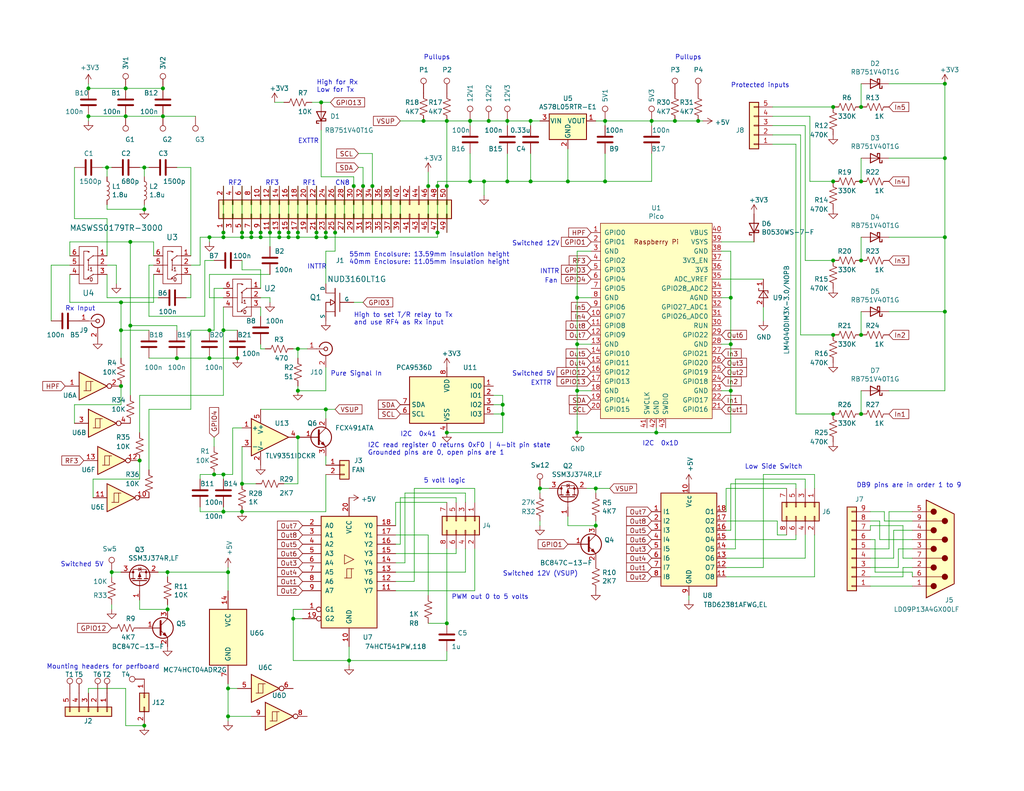
<source format=kicad_sch>
(kicad_sch (version 20211123) (generator eeschema)
  (paper "USLetter")
  (title_block (title "Hermes Lite2 IO Connector") (date "2023-09-12") (rev "F") (company "N2ADR"))
  (junction (at 60.96 64.77))
  (junction (at 138.43 33.02))
  (junction (at 234.95 113.03))
  (junction (at 257.81 64.77))
  (junction (at 199.39 81.28))
  (junction (at 227.33 71.12))
  (junction (at 86.36 64.77))
  (junction (at 64.77 97.79))
  (junction (at 116.84 50.8))
  (junction (at 48.26 97.79))
  (junction (at 60.96 129.54))
  (junction (at 165.1 33.02))
  (junction (at 144.78 49.53))
  (junction (at 257.81 43.18))
  (junction (at 68.58 64.77))
  (junction (at 81.28 64.77))
  (junction (at 60.96 90.17))
  (junction (at 95.25 180.34))
  (junction (at 91.44 63.5))
  (junction (at 39.37 198.12))
  (junction (at 157.48 118.11))
  (junction (at 147.32 133.35))
  (junction (at 33.02 90.17))
  (junction (at 87.63 27.94))
  (junction (at 190.5 33.02))
  (junction (at 24.13 31.75))
  (junction (at 227.33 29.21))
  (junction (at 60.96 139.7))
  (junction (at 33.02 105.41))
  (junction (at 121.92 170.18))
  (junction (at 62.23 156.21))
  (junction (at 162.56 133.35))
  (junction (at 57.15 64.77))
  (junction (at 96.52 50.8))
  (junction (at 121.92 50.8))
  (junction (at 128.27 49.53))
  (junction (at 88.9 64.77))
  (junction (at 138.43 49.53))
  (junction (at 62.23 195.58))
  (junction (at 66.04 139.7))
  (junction (at 234.95 29.21))
  (junction (at 57.15 97.79))
  (junction (at 73.66 63.5))
  (junction (at 257.81 85.09))
  (junction (at 45.72 156.21))
  (junction (at 35.56 66.04))
  (junction (at 88.9 63.5))
  (junction (at 34.29 24.13))
  (junction (at 154.94 49.53))
  (junction (at 119.38 63.5))
  (junction (at 234.95 71.12))
  (junction (at 81.28 63.5))
  (junction (at 99.06 50.8))
  (junction (at 177.8 33.02))
  (junction (at 78.74 64.77))
  (junction (at 80.01 168.91))
  (junction (at 162.56 143.51))
  (junction (at 71.12 63.5))
  (junction (at 121.92 33.02))
  (junction (at 30.48 156.21))
  (junction (at 86.36 63.5))
  (junction (at 29.21 45.72))
  (junction (at 76.2 64.77))
  (junction (at 179.07 118.11))
  (junction (at 234.95 91.44))
  (junction (at 60.96 63.5))
  (junction (at 71.12 64.77))
  (junction (at 137.16 113.03))
  (junction (at 132.08 49.53))
  (junction (at 157.48 93.98))
  (junction (at 39.37 57.15))
  (junction (at 157.48 106.68))
  (junction (at 115.57 33.02))
  (junction (at 157.48 81.28))
  (junction (at 184.15 33.02))
  (junction (at 234.95 49.53))
  (junction (at 81.28 95.25))
  (junction (at 38.1 125.73))
  (junction (at 165.1 49.53))
  (junction (at 199.39 106.68))
  (junction (at 45.72 166.37))
  (junction (at 66.04 132.08))
  (junction (at 66.04 64.77))
  (junction (at 44.45 31.75))
  (junction (at 137.16 110.49))
  (junction (at 68.58 63.5))
  (junction (at 227.33 49.53))
  (junction (at 57.15 90.17))
  (junction (at 227.33 113.03))
  (junction (at 78.74 63.5))
  (junction (at 133.35 33.02))
  (junction (at 39.37 45.72))
  (junction (at 62.23 187.96))
  (junction (at 35.56 88.9))
  (junction (at 121.92 118.11))
  (junction (at 66.04 63.5))
  (junction (at 119.38 50.8))
  (junction (at 44.45 24.13))
  (junction (at 257.81 22.86))
  (junction (at 76.2 63.5))
  (junction (at 34.29 31.75))
  (junction (at 227.33 91.44))
  (junction (at 58.42 129.54))
  (junction (at 33.02 82.55))
  (junction (at 128.27 33.02))
  (junction (at 24.13 24.13))
  (junction (at 81.28 119.38))
  (junction (at 144.78 33.02))
  (junction (at 199.39 93.98))
  (junction (at 81.28 106.68))
  (junction (at 88.9 111.76))
  (junction (at 101.6 50.8))
  (wire (pts (xy 240.03 142.24) (xy 237.49 142.24)))
  (wire (pts (xy 137.16 107.95) (xy 137.16 110.49)))
  (wire (pts (xy 58.42 119.38) (xy 58.42 121.92)))
  (wire (pts (xy 127 149.86) (xy 127 156.21)))
  (wire (pts (xy 199.39 132.08) (xy 217.17 132.08)))
  (wire (pts (xy 97.79 41.91) (xy 101.6 41.91)))
  (wire (pts (xy 52.07 74.93) (xy 52.07 81.28)))
  (wire (pts (xy 199.39 93.98) (xy 199.39 106.68)))
  (wire (pts (xy 222.25 157.48) (xy 222.25 146.05)))
  (wire (pts (xy 71.12 93.98) (xy 71.12 95.25)))
  (wire (pts (xy 198.12 133.35) (xy 214.63 133.35)))
  (wire (pts (xy 129.54 133.35) (xy 129.54 137.16)))
  (wire (pts (xy 242.57 22.86) (xy 257.81 22.86)))
  (wire (pts (xy 88.9 50.8) (xy 88.9 63.5)))
  (wire (pts (xy 242.57 64.77) (xy 257.81 64.77)))
  (wire (pts (xy 154.94 140.97) (xy 154.94 143.51)))
  (wire (pts (xy 52.07 72.39) (xy 54.61 72.39)))
  (wire (pts (xy 212.09 142.24) (xy 212.09 146.05)))
  (wire (pts (xy 48.26 88.9) (xy 35.56 88.9)))
  (wire (pts (xy 208.28 154.94) (xy 208.28 129.54)))
  (wire (pts (xy 110.49 134.62) (xy 127 134.62)))
  (wire (pts (xy 138.43 41.91) (xy 138.43 49.53)))
  (wire (pts (xy 198.12 139.7) (xy 198.12 133.35)))
  (wire (pts (xy 165.1 33.02) (xy 165.1 34.29)))
  (wire (pts (xy 66.04 73.66) (xy 66.04 71.12)))
  (wire (pts (xy 73.66 81.28) (xy 73.66 82.55)))
  (wire (pts (xy 237.49 147.32) (xy 238.76 147.32)))
  (wire (pts (xy 161.29 68.58) (xy 157.48 68.58)))
  (wire (pts (xy 157.48 68.58) (xy 157.48 81.28)))
  (wire (pts (xy 80.01 166.37) (xy 80.01 168.91)))
  (wire (pts (xy 144.78 34.29) (xy 144.78 33.02)))
  (wire (pts (xy 198.12 152.4) (xy 219.71 152.4)))
  (wire (pts (xy 222.25 129.54) (xy 222.25 133.35)))
  (wire (pts (xy 48.26 97.79) (xy 57.15 97.79)))
  (wire (pts (xy 66.04 64.77) (xy 68.58 64.77)))
  (wire (pts (xy 162.56 33.02) (xy 165.1 33.02)))
  (wire (pts (xy 257.81 106.68) (xy 242.57 106.68)))
  (wire (pts (xy 107.95 151.13) (xy 124.46 151.13)))
  (wire (pts (xy 82.55 166.37) (xy 80.01 166.37)))
  (wire (pts (xy 138.43 33.02) (xy 144.78 33.02)))
  (wire (pts (xy 63.5 116.84) (xy 66.04 116.84)))
  (wire (pts (xy 81.28 50.8) (xy 81.28 63.5)))
  (wire (pts (xy 196.85 76.2) (xy 208.28 76.2)))
  (wire (pts (xy 116.84 63.5) (xy 116.84 50.8)))
  (wire (pts (xy 129.54 161.29) (xy 107.95 161.29)))
  (wire (pts (xy 63.5 50.8) (xy 63.5 63.5)))
  (wire (pts (xy 116.84 170.18) (xy 121.92 170.18)))
  (wire (pts (xy 237.49 160.02) (xy 248.92 160.02)))
  (wire (pts (xy 199.39 106.68) (xy 199.39 118.11)))
  (wire (pts (xy 177.8 34.29) (xy 177.8 33.02)))
  (wire (pts (xy 237.49 149.86) (xy 242.57 149.86)))
  (wire (pts (xy 241.3 139.7) (xy 241.3 142.24)))
  (wire (pts (xy 234.95 85.09) (xy 234.95 91.44)))
  (wire (pts (xy 33.02 82.55) (xy 33.02 90.17)))
  (wire (pts (xy 238.76 156.21) (xy 248.92 156.21)))
  (wire (pts (xy 115.57 33.02) (xy 121.92 33.02)))
  (wire (pts (xy 13.97 72.39) (xy 13.97 87.63)))
  (wire (pts (xy 220.98 49.53) (xy 227.33 49.53)))
  (wire (pts (xy 31.75 72.39) (xy 31.75 77.47)))
  (wire (pts (xy 62.23 161.29) (xy 62.23 156.21)))
  (wire (pts (xy 246.38 154.94) (xy 248.92 154.94)))
  (wire (pts (xy 134.62 113.03) (xy 137.16 113.03)))
  (wire (pts (xy 119.38 63.5) (xy 119.38 64.77)))
  (wire (pts (xy 237.49 144.78) (xy 237.49 143.51)))
  (wire (pts (xy 55.88 71.12) (xy 58.42 71.12)))
  (wire (pts (xy 198.12 147.32) (xy 217.17 147.32)))
  (wire (pts (xy 119.38 49.53) (xy 128.27 49.53)))
  (wire (pts (xy 109.22 148.59) (xy 109.22 135.89)))
  (wire (pts (xy 96.52 82.55) (xy 99.06 82.55)))
  (wire (pts (xy 190.5 33.02) (xy 191.77 33.02)))
  (wire (pts (xy 147.32 133.35) (xy 147.32 134.62)))
  (wire (pts (xy 198.12 154.94) (xy 208.28 154.94)))
  (wire (pts (xy 198.12 144.78) (xy 199.39 144.78)))
  (wire (pts (xy 107.95 153.67) (xy 110.49 153.67)))
  (wire (pts (xy 106.68 50.8) (xy 106.68 63.5)))
  (wire (pts (xy 24.13 187.96) (xy 34.29 187.96)))
  (wire (pts (xy 91.44 50.8) (xy 91.44 63.5)))
  (wire (pts (xy 124.46 151.13) (xy 124.46 149.86)))
  (wire (pts (xy 66.04 132.08) (xy 69.85 132.08)))
  (wire (pts (xy 62.23 195.58) (xy 62.23 196.85)))
  (wire (pts (xy 48.26 45.72) (xy 52.07 45.72)))
  (wire (pts (xy 73.66 63.5) (xy 73.66 67.31)))
  (wire (pts (xy 34.29 24.13) (xy 24.13 24.13)))
  (wire (pts (xy 133.35 33.02) (xy 138.43 33.02)))
  (wire (pts (xy 217.17 113.03) (xy 227.33 113.03)))
  (wire (pts (xy 60.96 90.17) (xy 64.77 90.17)))
  (wire (pts (xy 210.82 39.37) (xy 217.17 39.37)))
  (wire (pts (xy 80.01 95.25) (xy 81.28 95.25)))
  (wire (pts (xy 241.3 142.24) (xy 248.92 142.24)))
  (wire (pts (xy 137.16 110.49) (xy 137.16 113.03)))
  (wire (pts (xy 33.02 110.49) (xy 33.02 105.41)))
  (wire (pts (xy 78.74 63.5) (xy 78.74 64.77)))
  (wire (pts (xy 147.32 33.02) (xy 144.78 33.02)))
  (wire (pts (xy 43.18 81.28) (xy 29.21 81.28)))
  (wire (pts (xy 60.96 129.54) (xy 60.96 130.81)))
  (wire (pts (xy 248.92 156.21) (xy 248.92 157.48)))
  (wire (pts (xy 66.04 63.5) (xy 66.04 64.77)))
  (wire (pts (xy 121.92 177.8) (xy 121.92 180.34)))
  (wire (pts (xy 60.96 50.8) (xy 60.96 63.5)))
  (wire (pts (xy 71.12 78.74) (xy 71.12 73.66)))
  (wire (pts (xy 129.54 161.29) (xy 129.54 149.86)))
  (wire (pts (xy 107.95 158.75) (xy 113.03 158.75)))
  (wire (pts (xy 76.2 64.77) (xy 78.74 64.77)))
  (wire (pts (xy 124.46 135.89) (xy 124.46 137.16)))
  (wire (pts (xy 88.9 124.46) (xy 88.9 127)))
  (wire (pts (xy 71.12 63.5) (xy 71.12 64.77)))
  (wire (pts (xy 41.91 82.55) (xy 41.91 74.93)))
  (wire (pts (xy 248.92 147.32) (xy 240.03 147.32)))
  (wire (pts (xy 199.39 144.78) (xy 199.39 132.08)))
  (wire (pts (xy 154.94 49.53) (xy 144.78 49.53)))
  (wire (pts (xy 52.07 111.76) (xy 40.64 111.76)))
  (wire (pts (xy 33.02 90.17) (xy 40.64 90.17)))
  (wire (pts (xy 242.57 139.7) (xy 248.92 139.7)))
  (wire (pts (xy 220.98 31.75) (xy 220.98 49.53)))
  (wire (pts (xy 64.77 187.96) (xy 62.23 187.96)))
  (wire (pts (xy 78.74 64.77) (xy 81.28 64.77)))
  (wire (pts (xy 81.28 95.25) (xy 81.28 97.79)))
  (wire (pts (xy 66.04 121.92) (xy 66.04 132.08)))
  (wire (pts (xy 88.9 63.5) (xy 88.9 64.77)))
  (wire (pts (xy 243.84 152.4) (xy 243.84 144.78)))
  (wire (pts (xy 62.23 187.96) (xy 62.23 195.58)))
  (wire (pts (xy 87.63 35.56) (xy 87.63 48.26)))
  (wire (pts (xy 38.1 163.83) (xy 38.1 166.37)))
  (wire (pts (xy 243.84 144.78) (xy 248.92 144.78)))
  (wire (pts (xy 212.09 146.05) (xy 214.63 146.05)))
  (wire (pts (xy 57.15 64.77) (xy 60.96 64.77)))
  (wire (pts (xy 113.03 133.35) (xy 129.54 133.35)))
  (wire (pts (xy 38.1 107.95) (xy 38.1 118.11)))
  (wire (pts (xy 44.45 31.75) (xy 34.29 31.75)))
  (wire (pts (xy 81.28 64.77) (xy 86.36 64.77)))
  (wire (pts (xy 29.21 45.72) (xy 30.48 45.72)))
  (wire (pts (xy 96.52 48.26) (xy 96.52 50.8)))
  (wire (pts (xy 107.95 146.05) (xy 116.84 146.05)))
  (wire (pts (xy 60.96 90.17) (xy 60.96 107.95)))
  (wire (pts (xy 234.95 64.77) (xy 234.95 71.12)))
  (wire (pts (xy 20.32 59.69) (xy 20.32 45.72)))
  (wire (pts (xy 29.21 55.88) (xy 29.21 57.15)))
  (wire (pts (xy 127 134.62) (xy 127 137.16)))
  (wire (pts (xy 52.07 81.28) (xy 50.8 81.28)))
  (wire (pts (xy 199.39 68.58) (xy 199.39 81.28)))
  (wire (pts (xy 52.07 90.17) (xy 52.07 111.76)))
  (wire (pts (xy 85.09 27.94) (xy 87.63 27.94)))
  (wire (pts (xy 30.48 156.21) (xy 30.48 157.48)))
  (wire (pts (xy 246.38 152.4) (xy 248.92 152.4)))
  (wire (pts (xy 72.39 95.25) (xy 71.12 95.25)))
  (wire (pts (xy 80.01 168.91) (xy 80.01 180.34)))
  (wire (pts (xy 57.15 81.28) (xy 60.96 81.28)))
  (wire (pts (xy 76.2 63.5) (xy 76.2 64.77)))
  (wire (pts (xy 200.66 130.81) (xy 219.71 130.81)))
  (wire (pts (xy 257.81 85.09) (xy 242.57 85.09)))
  (wire (pts (xy 88.9 100.33) (xy 88.9 106.68)))
  (wire (pts (xy 38.1 130.81) (xy 25.4 130.81)))
  (wire (pts (xy 196.85 66.04) (xy 205.74 66.04)))
  (wire (pts (xy 196.85 106.68) (xy 199.39 106.68)))
  (wire (pts (xy 147.32 133.35) (xy 149.86 133.35)))
  (wire (pts (xy 39.37 45.72) (xy 40.64 45.72)))
  (wire (pts (xy 33.02 90.17) (xy 33.02 97.79)))
  (wire (pts (xy 34.29 187.96) (xy 34.29 198.12)))
  (wire (pts (xy 165.1 33.02) (xy 177.8 33.02)))
  (wire (pts (xy 55.88 86.36) (xy 55.88 71.12)))
  (wire (pts (xy 187.96 162.56) (xy 187.96 163.83)))
  (wire (pts (xy 86.36 64.77) (xy 88.9 64.77)))
  (wire (pts (xy 109.22 50.8) (xy 109.22 63.5)))
  (wire (pts (xy 246.38 143.51) (xy 246.38 152.4)))
  (wire (pts (xy 217.17 39.37) (xy 217.17 113.03)))
  (wire (pts (xy 177.8 33.02) (xy 184.15 33.02)))
  (wire (pts (xy 210.82 34.29) (xy 219.71 34.29)))
  (wire (pts (xy 40.64 72.39) (xy 40.64 86.36)))
  (wire (pts (xy 63.5 129.54) (xy 63.5 116.84)))
  (wire (pts (xy 128.27 33.02) (xy 128.27 34.29)))
  (wire (pts (xy 81.28 119.38) (xy 81.28 132.08)))
  (wire (pts (xy 137.16 118.11) (xy 121.92 118.11)))
  (wire (pts (xy 91.44 68.58) (xy 88.9 68.58)))
  (wire (pts (xy 144.78 41.91) (xy 144.78 49.53)))
  (wire (pts (xy 99.06 45.72) (xy 99.06 50.8)))
  (wire (pts (xy 162.56 143.51) (xy 154.94 143.51)))
  (wire (pts (xy 40.64 111.76) (xy 40.64 128.27)))
  (wire (pts (xy 128.27 49.53) (xy 132.08 49.53)))
  (wire (pts (xy 101.6 41.91) (xy 101.6 50.8)))
  (wire (pts (xy 245.11 154.94) (xy 245.11 149.86)))
  (wire (pts (xy 184.15 33.02) (xy 190.5 33.02)))
  (wire (pts (xy 196.85 81.28) (xy 199.39 81.28)))
  (wire (pts (xy 257.81 64.77) (xy 257.81 85.09)))
  (wire (pts (xy 60.96 139.7) (xy 66.04 139.7)))
  (wire (pts (xy 121.92 170.18) (xy 121.92 149.86)))
  (wire (pts (xy 33.02 82.55) (xy 41.91 82.55)))
  (wire (pts (xy 119.38 49.53) (xy 119.38 50.8)))
  (wire (pts (xy 121.92 33.02) (xy 128.27 33.02)))
  (wire (pts (xy 60.96 138.43) (xy 60.96 139.7)))
  (wire (pts (xy 19.05 74.93) (xy 19.05 82.55)))
  (wire (pts (xy 39.37 55.88) (xy 39.37 57.15)))
  (wire (pts (xy 234.95 22.86) (xy 234.95 29.21)))
  (wire (pts (xy 20.32 110.49) (xy 33.02 110.49)))
  (wire (pts (xy 132.08 49.53) (xy 138.43 49.53)))
  (wire (pts (xy 95.25 176.53) (xy 95.25 180.34)))
  (wire (pts (xy 38.1 45.72) (xy 39.37 45.72)))
  (wire (pts (xy 19.05 69.85) (xy 19.05 66.04)))
  (wire (pts (xy 132.08 49.53) (xy 132.08 53.34)))
  (wire (pts (xy 208.28 129.54) (xy 222.25 129.54)))
  (wire (pts (xy 45.72 156.21) (xy 45.72 157.48)))
  (wire (pts (xy 87.63 27.94) (xy 90.17 27.94)))
  (wire (pts (xy 24.13 22.86) (xy 24.13 24.13)))
  (wire (pts (xy 234.95 106.68) (xy 234.95 113.03)))
  (wire (pts (xy 68.58 63.5) (xy 68.58 64.77)))
  (wire (pts (xy 29.21 69.85) (xy 29.21 59.69)))
  (wire (pts (xy 154.94 40.64) (xy 154.94 49.53)))
  (wire (pts (xy 60.96 107.95) (xy 38.1 107.95)))
  (wire (pts (xy 128.27 41.91) (xy 128.27 49.53)))
  (wire (pts (xy 88.9 111.76) (xy 91.44 111.76)))
  (wire (pts (xy 71.12 64.77) (xy 76.2 64.77)))
  (wire (pts (xy 73.66 74.93) (xy 57.15 74.93)))
  (wire (pts (xy 58.42 129.54) (xy 54.61 129.54)))
  (wire (pts (xy 43.18 156.21) (xy 45.72 156.21)))
  (wire (pts (xy 165.1 49.53) (xy 177.8 49.53)))
  (wire (pts (xy 88.9 139.7) (xy 66.04 139.7)))
  (wire (pts (xy 88.9 114.3) (xy 88.9 111.76)))
  (wire (pts (xy 60.96 78.74) (xy 58.42 78.74)))
  (wire (pts (xy 246.38 157.48) (xy 246.38 154.94)))
  (wire (pts (xy 162.56 133.35) (xy 166.37 133.35)))
  (wire (pts (xy 39.37 48.26) (xy 39.37 45.72)))
  (wire (pts (xy 210.82 29.21) (xy 227.33 29.21)))
  (wire (pts (xy 237.49 154.94) (xy 245.11 154.94)))
  (wire (pts (xy 237.49 152.4) (xy 243.84 152.4)))
  (wire (pts (xy 93.98 50.8) (xy 93.98 63.5)))
  (wire (pts (xy 24.13 31.75) (xy 24.13 33.02)))
  (wire (pts (xy 138.43 49.53) (xy 144.78 49.53)))
  (wire (pts (xy 57.15 97.79) (xy 64.77 97.79)))
  (wire (pts (xy 160.02 133.35) (xy 162.56 133.35)))
  (wire (pts (xy 161.29 81.28) (xy 157.48 81.28)))
  (wire (pts (xy 71.12 81.28) (xy 73.66 81.28)))
  (wire (pts (xy 198.12 149.86) (xy 200.66 149.86)))
  (wire (pts (xy 68.58 50.8) (xy 68.58 63.5)))
  (wire (pts (xy 54.61 64.77) (xy 57.15 64.77)))
  (wire (pts (xy 219.71 152.4) (xy 219.71 146.05)))
  (wire (pts (xy 104.14 50.8) (xy 104.14 63.5)))
  (wire (pts (xy 76.2 50.8) (xy 76.2 63.5)))
  (wire (pts (xy 237.49 143.51) (xy 246.38 143.51)))
  (wire (pts (xy 52.07 45.72) (xy 52.07 69.85)))
  (wire (pts (xy 88.9 106.68) (xy 81.28 106.68)))
  (wire (pts (xy 217.17 147.32) (xy 217.17 146.05)))
  (wire (pts (xy 119.38 50.8) (xy 119.38 63.5)))
  (wire (pts (xy 257.81 22.86) (xy 257.81 43.18)))
  (wire (pts (xy 81.28 95.25) (xy 83.82 95.25)))
  (wire (pts (xy 128.27 33.02) (xy 133.35 33.02)))
  (wire (pts (xy 237.49 139.7) (xy 241.3 139.7)))
  (wire (pts (xy 30.48 156.21) (xy 33.02 156.21)))
  (wire (pts (xy 242.57 43.18) (xy 257.81 43.18)))
  (wire (pts (xy 20.32 115.57) (xy 20.32 110.49)))
  (wire (pts (xy 66.04 50.8) (xy 66.04 63.5)))
  (wire (pts (xy 157.48 81.28) (xy 157.48 93.98)))
  (wire (pts (xy 86.36 63.5) (xy 86.36 64.77)))
  (wire (pts (xy 35.56 66.04) (xy 41.91 66.04)))
  (wire (pts (xy 38.1 125.73) (xy 38.1 130.81)))
  (wire (pts (xy 62.23 186.69) (xy 62.23 187.96)))
  (wire (pts (xy 45.72 166.37) (xy 38.1 166.37)))
  (wire (pts (xy 19.05 72.39) (xy 13.97 72.39)))
  (wire (pts (xy 29.21 59.69) (xy 20.32 59.69)))
  (wire (pts (xy 107.95 143.51) (xy 107.95 137.16)))
  (wire (pts (xy 19.05 82.55) (xy 33.02 82.55)))
  (wire (pts (xy 24.13 189.23) (xy 24.13 187.96)))
  (wire (pts (xy 121.92 180.34) (xy 95.25 180.34)))
  (wire (pts (xy 96.52 63.5) (xy 96.52 50.8)))
  (wire (pts (xy 60.96 129.54) (xy 63.5 129.54)))
  (wire (pts (xy 57.15 74.93) (xy 57.15 81.28)))
  (wire (pts (xy 57.15 90.17) (xy 52.07 90.17)))
  (wire (pts (xy 107.95 156.21) (xy 127 156.21)))
  (wire (pts (xy 157.48 106.68) (xy 157.48 118.11)))
  (wire (pts (xy 25.4 130.81) (xy 25.4 135.89)))
  (wire (pts (xy 19.05 66.04) (xy 35.56 66.04)))
  (wire (pts (xy 91.44 63.5) (xy 91.44 68.58)))
  (wire (pts (xy 109.22 33.02) (xy 115.57 33.02)))
  (wire (pts (xy 41.91 66.04) (xy 41.91 69.85)))
  (wire (pts (xy 200.66 149.86) (xy 200.66 130.81)))
  (wire (pts (xy 58.42 90.17) (xy 57.15 90.17)))
  (wire (pts (xy 210.82 36.83) (xy 218.44 36.83)))
  (wire (pts (xy 48.26 90.17) (xy 48.26 88.9)))
  (wire (pts (xy 101.6 50.8) (xy 101.6 63.5)))
  (wire (pts (xy 73.66 50.8) (xy 73.66 63.5)))
  (wire (pts (xy 165.1 49.53) (xy 154.94 49.53)))
  (wire (pts (xy 107.95 137.16) (xy 121.92 137.16)))
  (wire (pts (xy 29.21 72.39) (xy 31.75 72.39)))
  (wire (pts (xy 218.44 91.44) (xy 227.33 91.44)))
  (wire (pts (xy 78.74 50.8) (xy 78.74 63.5)))
  (wire (pts (xy 113.03 158.75) (xy 113.03 133.35)))
  (wire (pts (xy 29.21 74.93) (xy 29.21 81.28)))
  (wire (pts (xy 96.52 48.26) (xy 87.63 48.26)))
  (wire (pts (xy 238.76 147.32) (xy 238.76 156.21)))
  (wire (pts (xy 29.21 57.15) (xy 39.37 57.15)))
  (wire (pts (xy 199.39 81.28) (xy 199.39 93.98)))
  (wire (pts (xy 110.49 153.67) (xy 110.49 134.62)))
  (wire (pts (xy 34.29 31.75) (xy 24.13 31.75)))
  (wire (pts (xy 147.32 142.24) (xy 147.32 143.51)))
  (wire (pts (xy 116.84 46.99) (xy 116.84 50.8)))
  (wire (pts (xy 219.71 71.12) (xy 227.33 71.12)))
  (wire (pts (xy 242.57 149.86) (xy 242.57 139.7)))
  (wire (pts (xy 71.12 111.76) (xy 88.9 111.76)))
  (wire (pts (xy 257.81 85.09) (xy 257.81 106.68)))
  (wire (pts (xy 219.71 34.29) (xy 219.71 71.12)))
  (wire (pts (xy 134.62 110.49) (xy 137.16 110.49)))
  (wire (pts (xy 198.12 157.48) (xy 222.25 157.48)))
  (wire (pts (xy 121.92 33.02) (xy 121.92 50.8)))
  (wire (pts (xy 86.36 50.8) (xy 86.36 63.5)))
  (wire (pts (xy 217.17 132.08) (xy 217.17 133.35)))
  (wire (pts (xy 68.58 195.58) (xy 62.23 195.58)))
  (wire (pts (xy 119.38 64.77) (xy 88.9 64.77)))
  (wire (pts (xy 199.39 118.11) (xy 179.07 118.11)))
  (wire (pts (xy 68.58 64.77) (xy 71.12 64.77)))
  (wire (pts (xy 71.12 73.66) (xy 66.04 73.66)))
  (wire (pts (xy 35.56 88.9) (xy 35.56 107.95)))
  (wire (pts (xy 234.95 43.18) (xy 234.95 49.53)))
  (wire (pts (xy 208.28 83.82) (xy 208.28 87.63)))
  (wire (pts (xy 245.11 149.86) (xy 248.92 149.86)))
  (wire (pts (xy 179.07 118.11) (xy 157.48 118.11)))
  (wire (pts (xy 83.82 50.8) (xy 83.82 63.5)))
  (wire (pts (xy 165.1 41.91) (xy 165.1 49.53)))
  (wire (pts (xy 198.12 142.24) (xy 212.09 142.24)))
  (wire (pts (xy 138.43 34.29) (xy 138.43 33.02)))
  (wire (pts (xy 81.28 105.41) (xy 81.28 106.68)))
  (wire (pts (xy 240.03 147.32) (xy 240.03 142.24)))
  (wire (pts (xy 179.07 116.84) (xy 179.07 118.11)))
  (wire (pts (xy 34.29 198.12) (xy 39.37 198.12)))
  (wire (pts (xy 40.64 97.79) (xy 48.26 97.79)))
  (wire (pts (xy 157.48 93.98) (xy 157.48 106.68)))
  (wire (pts (xy 81.28 132.08) (xy 77.47 132.08)))
  (wire (pts (xy 99.06 63.5) (xy 99.06 50.8)))
  (wire (pts (xy 88.9 77.47) (xy 88.9 68.58)))
  (wire (pts (xy 134.62 107.95) (xy 137.16 107.95)))
  (wire (pts (xy 237.49 157.48) (xy 246.38 157.48)))
  (wire (pts (xy 162.56 133.35) (xy 162.56 134.62)))
  (wire (pts (xy 35.56 88.9) (xy 35.56 66.04)))
  (wire (pts (xy 41.91 72.39) (xy 40.64 72.39)))
  (wire (pts (xy 74.93 27.94) (xy 77.47 27.94)))
  (wire (pts (xy 161.29 93.98) (xy 157.48 93.98)))
  (wire (pts (xy 161.29 106.68) (xy 157.48 106.68)))
  (wire (pts (xy 196.85 93.98) (xy 199.39 93.98)))
  (wire (pts (xy 53.34 31.75) (xy 44.45 31.75)))
  (wire (pts (xy 54.61 72.39) (xy 54.61 64.77)))
  (wire (pts (xy 196.85 68.58) (xy 199.39 68.58)))
  (wire (pts (xy 116.84 146.05) (xy 116.84 162.56)))
  (wire (pts (xy 58.42 78.74) (xy 58.42 90.17)))
  (wire (pts (xy 60.96 64.77) (xy 66.04 64.77)))
  (wire (pts (xy 88.9 129.54) (xy 88.9 139.7)))
  (wire (pts (xy 80.01 180.34) (xy 95.25 180.34)))
  (wire (pts (xy 29.21 48.26) (xy 29.21 45.72)))
  (wire (pts (xy 54.61 138.43) (xy 54.61 139.7)))
  (wire (pts (xy 45.72 156.21) (xy 62.23 156.21)))
  (wire (pts (xy 210.82 31.75) (xy 220.98 31.75)))
  (wire (pts (xy 60.96 63.5) (xy 60.96 64.77)))
  (wire (pts (xy 162.56 142.24) (xy 162.56 143.51)))
  (wire (pts (xy 30.48 165.1) (xy 30.48 166.37)))
  (wire (pts (xy 177.8 41.91) (xy 177.8 49.53)))
  (wire (pts (xy 60.96 83.82) (xy 60.96 90.17)))
  (wire (pts (xy 54.61 129.54) (xy 54.61 130.81)))
  (wire (pts (xy 82.55 168.91) (xy 80.01 168.91)))
  (wire (pts (xy 62.23 156.21) (xy 62.23 154.94)))
  (wire (pts (xy 121.92 63.5) (xy 121.92 50.8)))
  (wire (pts (xy 107.95 148.59) (xy 109.22 148.59)))
  (wire (pts (xy 54.61 139.7) (xy 60.96 139.7)))
  (wire (pts (xy 40.64 86.36) (xy 55.88 86.36)))
  (wire (pts (xy 97.79 45.72) (xy 99.06 45.72)))
  (wire (pts (xy 71.12 83.82) (xy 71.12 86.36)))
  (wire (pts (xy 218.44 36.83) (xy 218.44 91.44)))
  (wire (pts (xy 219.71 130.81) (xy 219.71 133.35)))
  (wire (pts (xy 58.42 129.54) (xy 60.96 129.54)))
  (wire (pts (xy 71.12 63.5) (xy 71.12 50.8)))
  (wire (pts (xy 57.15 64.77) (xy 57.15 66.04)))
  (wire (pts (xy 257.81 43.18) (xy 257.81 64.77)))
  (wire (pts (xy 137.16 113.03) (xy 137.16 118.11)))
  (wire (pts (xy 95.25 180.34) (xy 95.25 181.61)))
  (wire (pts (xy 45.72 165.1) (xy 45.72 166.37)))
  (wire (pts (xy 27.94 45.72) (xy 29.21 45.72)))
  (wire (pts (xy 81.28 63.5) (xy 81.28 64.77)))
  (wire (pts (xy 34.29 24.13) (xy 44.45 24.13)))
  (wire (pts (xy 109.22 135.89) (xy 124.46 135.89)))
  (text "CN8" (at 91.44 50.8 0) (effects (font (size 1.27 1.27)) (justify left bottom)))
  (text "Rx Input" (at 17.78 85.09 0) (effects (font (size 1.27 1.27)) (justify left bottom)))
  (text "Protected inputs" (at 199.39 24.13 0) (effects (font (size 1.27 1.27)) (justify left bottom)))
  (text "Pure Signal In" (at 90.17 102.87 0) (effects (font (size 1.27 1.27)) (justify left bottom)))
  (text "PWM out 0 to 5 volts" (at 123.19 163.83 0) (effects (font (size 1.27 1.27)) (justify left bottom)))
  (text "EXTTR" (at 144.78 105.41 0) (effects (font (size 1.27 1.27)) (justify left bottom)))
  (text "RF1" (at 82.55 50.8 0) (effects (font (size 1.27 1.27)) (justify left bottom)))
  (text "INTTR" (at 147.32 74.93 0) (effects (font (size 1.27 1.27)) (justify left bottom)))
  (text "RF3" (at 72.39 50.8 0) (effects (font (size 1.27 1.27)) (justify left bottom)))
  (text "High to set T/R relay to Tx\nand use RF4 as Rx input" (at 96.52 88.9 0) (effects (font (size 1.27 1.27)) (justify left bottom)))
  (text "INTTR" (at 83.82 73.66 0) (effects (font (size 1.27 1.27)) (justify left bottom)))
  (text "Mounting headers for perfboard" (at 12.7 182.88 0) (effects (font (size 1.27 1.27)) (justify left bottom)))
  (text "55mm Encolsure: 13.59mm insulation height\n40mm Enclosure: 11.05mm insulation height" (at 95.25 72.39 0) (effects (font (size 1.27 1.27)) (justify left bottom)))
  (text "Fan" (at 148.59 77.47 0) (effects (font (size 1.27 1.27)) (justify left bottom)))
  (text "Pullups" (at 115.57 16.51 0) (effects (font (size 1.27 1.27)) (justify left bottom)))
  (text "I2C  0x41" (at 109.22 119.38 0) (effects (font (size 1.27 1.27)) (justify left bottom)))
  (text "5 volt logic" (at 115.57 132.08 0) (effects (font (size 1.27 1.27)) (justify left bottom)))
  (text "Switched 12V" (at 139.7 67.31 0) (effects (font (size 1.27 1.27)) (justify left bottom)))
  (text "I2C  0x1D" (at 175.26 121.92 0) (effects (font (size 1.27 1.27)) (justify left bottom)))
  (text "I2C read register 0 returns 0xF0 | 4-bit pin state\nGrounded pins are 0, open pins are 1" (at 100.33 124.46 0) (effects (font (size 1.27 1.27)) (justify left bottom)))
  (text "Switched 5V" (at 16.51 154.94 0) (effects (font (size 1.27 1.27)) (justify left bottom)))
  (text "Switched 12V (VSUP)" (at 137.16 157.48 0) (effects (font (size 1.27 1.27)) (justify left bottom)))
  (text "Low Side Switch" (at 203.2 128.27 0) (effects (font (size 1.27 1.27)) (justify left bottom)))
  (text "DB9 pins are in order 1 to 9" (at 233.68 133.35 0) (effects (font (size 1.27 1.27)) (justify left bottom)))
  (text "Switched 5V" (at 139.7 102.87 0) (effects (font (size 1.27 1.27)) (justify left bottom)))
  (text "RF2" (at 62.23 50.8 0) (effects (font (size 1.27 1.27)) (justify left bottom)))
  (text "High for Rx\nLow for Tx" (at 86.36 25.4 0) (effects (font (size 1.27 1.27)) (justify left bottom)))
  (text "EXTTR" (at 81.28 39.37 0) (effects (font (size 1.27 1.27)) (justify left bottom)))
  (text "Pullups" (at 184.15 16.51 0) (effects (font (size 1.27 1.27)) (justify left bottom)))
  (global_label "In4" (shape input) (at 161.29 86.36 180) (property "Intersheet References" "${INTERSHEET_REFS}" (effects hide)))
  (global_label "SDA" (shape input) (at 109.22 110.49 180) (property "Intersheet References" "${INTERSHEET_REFS}" (effects hide)))
  (global_label "Out6" (shape input) (at 196.85 91.44 0) (property "Intersheet References" "${INTERSHEET_REFS}" (effects hide)))
  (global_label "VSUP" (shape input) (at 166.37 133.35 0) (property "Intersheet References" "${INTERSHEET_REFS}" (effects hide)))
  (global_label "RF3" (shape input) (at 161.29 71.12 180) (property "Intersheet References" "${INTERSHEET_REFS}" (effects hide)))
  (global_label "Out2" (shape input) (at 82.55 161.29 180) (property "Intersheet References" "${INTERSHEET_REFS}" (effects hide)))
  (global_label "Out6" (shape input) (at 177.8 147.32 180) (property "Intersheet References" "${INTERSHEET_REFS}" (effects hide)))
  (global_label "In5" (shape input) (at 242.57 29.21 0) (property "Intersheet References" "${INTERSHEET_REFS}" (effects hide)))
  (global_label "In3" (shape input) (at 196.85 96.52 0) (property "Intersheet References" "${INTERSHEET_REFS}" (effects hide)))
  (global_label "Out6" (shape input) (at 82.55 151.13 180) (property "Intersheet References" "${INTERSHEET_REFS}" (effects hide)))
  (global_label "Out2" (shape input) (at 177.8 157.48 180) (property "Intersheet References" "${INTERSHEET_REFS}" (effects hide)))
  (global_label "Out7" (shape input) (at 177.8 139.7 180) (property "Intersheet References" "${INTERSHEET_REFS}" (effects hide)))
  (global_label "SCL" (shape input) (at 109.22 113.03 180) (property "Intersheet References" "${INTERSHEET_REFS}" (effects hide)))
  (global_label "In3" (shape input) (at 242.57 71.12 0) (property "Intersheet References" "${INTERSHEET_REFS}" (effects hide)))
  (global_label "GPIO1" (shape input) (at 154.94 148.59 180) (property "Intersheet References" "${INTERSHEET_REFS}" (effects hide)))
  (global_label "Out2" (shape input) (at 196.85 101.6 0) (property "Intersheet References" "${INTERSHEET_REFS}" (effects hide)))
  (global_label "HPF" (shape input) (at 17.78 105.41 180) (property "Intersheet References" "${INTERSHEET_REFS}" (effects hide)))
  (global_label "HPF" (shape input) (at 161.29 63.5 180) (property "Intersheet References" "${INTERSHEET_REFS}" (effects hide)))
  (global_label "Out5" (shape input) (at 177.8 144.78 180) (property "Intersheet References" "${INTERSHEET_REFS}" (effects hide)))
  (global_label "Out8" (shape input) (at 82.55 146.05 180) (property "Intersheet References" "${INTERSHEET_REFS}" (effects hide)))
  (global_label "In1" (shape input) (at 242.57 113.03 0) (property "Intersheet References" "${INTERSHEET_REFS}" (effects hide)))
  (global_label "GPIO13" (shape input) (at 161.29 104.14 180) (property "Intersheet References" "${INTERSHEET_REFS}" (effects hide)))
  (global_label "SDA" (shape input) (at 161.29 109.22 180) (property "Intersheet References" "${INTERSHEET_REFS}" (effects hide)))
  (global_label "VSUP" (shape input) (at 109.22 33.02 180) (property "Intersheet References" "${INTERSHEET_REFS}" (effects hide)))
  (global_label "Out5" (shape input) (at 82.55 148.59 180) (property "Intersheet References" "${INTERSHEET_REFS}" (effects hide)))
  (global_label "Out4" (shape input) (at 177.8 152.4 180) (property "Intersheet References" "${INTERSHEET_REFS}" (effects hide)))
  (global_label "GPIO13" (shape input) (at 90.17 27.94 0) (property "Intersheet References" "${INTERSHEET_REFS}" (effects hide)))
  (global_label "Out3" (shape input) (at 196.85 99.06 0) (property "Intersheet References" "${INTERSHEET_REFS}" (effects hide)))
  (global_label "GPIO1" (shape input) (at 161.29 66.04 180) (property "Intersheet References" "${INTERSHEET_REFS}" (effects hide)))
  (global_label "GPIO3" (shape input) (at 161.29 73.66 180) (property "Intersheet References" "${INTERSHEET_REFS}" (effects hide)))
  (global_label "SDA" (shape input) (at 97.79 45.72 180) (property "Intersheet References" "${INTERSHEET_REFS}" (effects hide)))
  (global_label "Out3" (shape input) (at 177.8 149.86 180) (property "Intersheet References" "${INTERSHEET_REFS}" (effects hide)))
  (global_label "Out4" (shape input) (at 161.29 99.06 180) (property "Intersheet References" "${INTERSHEET_REFS}" (effects hide)))
  (global_label "VSUP" (shape input) (at 91.44 111.76 0) (property "Intersheet References" "${INTERSHEET_REFS}" (effects hide)))
  (global_label "GPIO12" (shape input) (at 30.48 171.45 180) (property "Intersheet References" "${INTERSHEET_REFS}" (effects hide)))
  (global_label "Out7" (shape input) (at 82.55 143.51 180) (property "Intersheet References" "${INTERSHEET_REFS}" (effects hide)))
  (global_label "In5" (shape input) (at 161.29 83.82 180) (property "Intersheet References" "${INTERSHEET_REFS}" (effects hide)))
  (global_label "RF3" (shape input) (at 22.86 125.73 180) (property "Intersheet References" "${INTERSHEET_REFS}" (effects hide)))
  (global_label "Out1" (shape input) (at 196.85 111.76 0) (property "Intersheet References" "${INTERSHEET_REFS}" (effects hide)))
  (global_label "GPIO12" (shape input) (at 161.29 101.6 180) (property "Intersheet References" "${INTERSHEET_REFS}" (effects hide)))
  (global_label "Out4" (shape input) (at 82.55 156.21 180) (property "Intersheet References" "${INTERSHEET_REFS}" (effects hide)))
  (global_label "In1" (shape input) (at 196.85 109.22 0) (property "Intersheet References" "${INTERSHEET_REFS}" (effects hide)))
  (global_label "GPIO4" (shape input) (at 58.42 119.38 90) (property "Intersheet References" "${INTERSHEET_REFS}" (effects hide)))
  (global_label "Out1" (shape input) (at 82.55 158.75 180) (property "Intersheet References" "${INTERSHEET_REFS}" (effects hide)))
  (global_label "Out3" (shape input) (at 82.55 153.67 180) (property "Intersheet References" "${INTERSHEET_REFS}" (effects hide)))
  (global_label "GPIO3" (shape input) (at 99.06 82.55 0) (property "Intersheet References" "${INTERSHEET_REFS}" (effects hide)))
  (global_label "Out1" (shape input) (at 177.8 154.94 180) (property "Intersheet References" "${INTERSHEET_REFS}" (effects hide)))
  (global_label "Out8" (shape input) (at 161.29 88.9 180) (property "Intersheet References" "${INTERSHEET_REFS}" (effects hide)))
  (global_label "In4" (shape input) (at 242.57 49.53 0) (property "Intersheet References" "${INTERSHEET_REFS}" (effects hide)))
  (global_label "Out8" (shape input) (at 177.8 142.24 180) (property "Intersheet References" "${INTERSHEET_REFS}" (effects hide)))
  (global_label "SCL" (shape input) (at 97.79 41.91 180) (property "Intersheet References" "${INTERSHEET_REFS}" (effects hide)))
  (global_label "Out5" (shape input) (at 161.29 96.52 180) (property "Intersheet References" "${INTERSHEET_REFS}" (effects hide)))
  (global_label "In2" (shape input) (at 196.85 104.14 0) (property "Intersheet References" "${INTERSHEET_REFS}" (effects hide)))
  (global_label "Out7" (shape input) (at 161.29 91.44 180) (property "Intersheet References" "${INTERSHEET_REFS}" (effects hide)))
  (global_label "In2" (shape input) (at 242.57 91.44 0) (property "Intersheet References" "${INTERSHEET_REFS}" (effects hide)))
  (global_label "GPIO4" (shape input) (at 161.29 76.2 180) (property "Intersheet References" "${INTERSHEET_REFS}" (effects hide)))
  (global_label "SCL" (shape input) (at 161.29 111.76 180) (property "Intersheet References" "${INTERSHEET_REFS}" (effects hide)))
  (symbol (lib_id "MCU_RaspberryPi_and_Boards:Pico") (at 179.07 87.63 0) (unit 1)
    (property "Reference" "U1" (at 179.07 56.769 0))
    (property "Value" "Pico" (at 179.07 59.0804 0))
    (property "Footprint" "Local:RPi_Pico_SMD_TH" (effects hide))
  )
  (symbol (lib_id "power:+3V3") (at 116.84 46.99 0) (unit 1)
    (property "Reference" "#PWR02" (effects hide))
    (property "Value" "+3V3" (at 118.11 43.18 0))
  )
  (symbol (lib_id "power:GND") (at 132.08 53.34 0) (unit 1)
    (property "Reference" "#PWR01" (effects hide))
    (property "Value" "GND" (effects hide))
  )
  (symbol (lib_id "Regulator_Linear:AP2204RB-5.0") (at 154.94 33.02 0) (unit 1)
    (property "Reference" "U5" (at 154.94 26.8732 0))
    (property "Value" "AS78L05RTR-E1" (at 154.94 29.1846 0))
    (property "Footprint" "Package_TO_SOT_SMD:SOT-89-3_Handsoldering" (effects hide))
    (property "Datasheet" "https://www.onsemi.com/pub/Collateral/MC78M00-D.PDF" (effects hide))
  )
  (symbol (lib_id "Device:C") (at 144.78 38.1 180) (unit 1)
    (property "Reference" "C4" (at 143.51 40.64 0) (effects (justify left)))
    (property "Value" "0.33u" (at 144.78 35.56 0) (effects (justify left)))
    (property "Footprint" "Capacitor_SMD:C_0805_2012Metric_Pad1.18x1.45mm_HandSolder" (effects hide))
    (property "P/N" "08055C334K4T2A" (effects hide))
  )
  (symbol (lib_id "Device:C") (at 165.1 38.1 180) (unit 1)
    (property "Reference" "B9" (at 168.91 40.64 0) (effects (justify left)))
    (property "Value" "100n" (at 170.18 35.56 0) (effects (justify left)))
    (property "Footprint" "Capacitor_SMD:C_0805_2012Metric_Pad1.18x1.45mm_HandSolder" (effects hide))
  )
  (symbol (lib_id "power:+5V") (at 191.77 33.02 270) (unit 1)
    (property "Reference" "#PWR07" (effects hide))
    (property "Value" "+5V" (at 195.0212 33.401 90) (effects (justify left)))
  )
  (symbol (lib_id "power:GND") (at 57.15 66.04 0) (unit 1)
    (property "Reference" "#PWR06" (effects hide))
    (property "Value" "GND" (effects hide))
  )
  (symbol (lib_id "power:GND") (at 208.28 87.63 0) (unit 1)
    (property "Reference" "#PWR018" (effects hide))
    (property "Value" "GND" (at 208.407 92.0242 0))
  )
  (symbol (lib_id "hermeslite:PE4259") (at 66.04 81.28 0) (unit 1)
    (property "Reference" "U2" (at 73.66 78.74 0) (effects (font (size 1.524 1.524))))
    (property "Value" "MASWSS0179TR-3000" (effects hide))
    (property "Footprint" "Package_TO_SOT_SMD:SOT-23-6_Handsoldering" (effects hide))
  )
  (symbol (lib_id "hermeslite:MOSFET_N") (at 91.44 82.55 0) (mirror y) (unit 1)
    (property "Reference" "Q1" (at 87.7824 81.2038 0) (effects (font (size 1.524 1.524)) (justify left)))
    (property "Value" "NUD3160LT1G" (at 105.41 76.2 0) (effects (font (size 1.524 1.524)) (justify left)))
    (property "Footprint" "hermeslite:SOT23_3" (effects hide))
  )
  (symbol (lib_id "power:GND") (at 227.33 36.83 0) (unit 1)
    (property "Reference" "#PWR020" (effects hide))
    (property "Value" "GND" (effects hide))
  )
  (symbol (lib_id "hermeslite:PE4259") (at 24.13 72.39 0) (unit 1)
    (property "Reference" "U4" (at 24.13 80.01 0) (effects (font (size 1.524 1.524))))
    (property "Value" "MASWSS0179TR-3000" (at 31.75 62.23 0) (effects (font (size 1.524 1.524))))
    (property "Footprint" "Package_TO_SOT_SMD:SOT-23-6_Handsoldering" (effects hide))
  )
  (symbol (lib_id "hermeslite:PE4259") (at 46.99 72.39 0) (unit 1)
    (property "Reference" "U3" (at 46.99 64.77 0) (effects (font (size 1.524 1.524))))
    (property "Value" "MASWSS0179TR-3000" (effects hide))
    (property "Footprint" "Package_TO_SOT_SMD:SOT-23-6_Handsoldering" (effects hide))
  )
  (symbol (lib_id "power:GND") (at 88.9 87.63 0) (unit 1)
    (property "Reference" "#PWR03" (effects hide))
    (property "Value" "GND" (effects hide))
  )
  (symbol (lib_id "Transistor_FET:IRLML6402") (at 154.94 135.89 90) (unit 1)
    (property "Reference" "Q2" (at 154.94 127.2032 90))
    (property "Value" "SSM3J374R,LF" (at 157.48 129.54 90))
    (property "Footprint" "Package_TO_SOT_SMD:SOT-23" (effects hide))
    (property "Datasheet" "https://www.infineon.com/dgdl/irlml6402pbf.pdf?fileId=5546d462533600a401535668d5c2263c" (effects hide))
  )
  (symbol (lib_id "Device:R_US") (at 162.56 138.43 0) (unit 1)
    (property "Reference" "R5" (at 164.2872 137.2616 0) (effects (justify left)))
    (property "Value" "4K7" (at 164.2872 139.573 0) (effects (justify left)))
    (property "Footprint" "Resistor_SMD:R_0805_2012Metric_Pad1.20x1.40mm_HandSolder" (effects hide))
  )
  (symbol (lib_id "Connector_Generic:Conn_01x02") (at 93.98 127 0) (unit 1)
    (property "Reference" "J3" (at 97.79 125.73 0))
    (property "Value" "FAN" (at 97.79 128.27 0))
    (property "Footprint" "Connector_PinHeader_2.54mm:PinHeader_1x02_P2.54mm_Vertical" (effects hide))
    (property "P/N" "DNI" (effects hide))
  )
  (symbol (lib_id "power:GND") (at 147.32 143.51 0) (unit 1)
    (property "Reference" "#PWR04" (effects hide))
    (property "Value" "GND" (effects hide))
  )
  (symbol (lib_id "power:GND") (at 162.56 161.29 0) (unit 1)
    (property "Reference" "#PWR05" (effects hide))
    (property "Value" "GND" (effects hide))
  )
  (symbol (lib_id "Device:C") (at 24.13 45.72 270) (unit 1)
    (property "Reference" "C1" (at 22.86 41.91 90) (effects (justify left)))
    (property "Value" "1500p" (at 21.59 49.53 90) (effects (justify left)))
    (property "Footprint" "Capacitor_SMD:C_0805_2012Metric_Pad1.18x1.45mm_HandSolder" (effects hide))
  )
  (symbol (lib_id "Device:L") (at 29.21 52.07 0) (unit 1)
    (property "Reference" "L1" (at 30.5308 50.9016 0) (effects (justify left)))
    (property "Value" "1.8u" (at 30.5308 53.213 0) (effects (justify left)))
    (property "Footprint" "Inductor_SMD:L_0805_2012Metric_Pad1.15x1.40mm_HandSolder" (effects hide))
    (property "P/N" "MLF2012A1R8JT000" (effects hide))
  )
  (symbol (lib_id "Device:C") (at 34.29 45.72 270) (unit 1)
    (property "Reference" "C2" (at 33.02 41.91 90) (effects (justify left)))
    (property "Value" "680p" (at 33.02 49.53 90) (effects (justify left)))
    (property "Footprint" "Capacitor_SMD:C_0805_2012Metric_Pad1.18x1.45mm_HandSolder" (effects hide))
  )
  (symbol (lib_id "Device:C") (at 44.45 45.72 270) (unit 1)
    (property "Reference" "C3" (at 43.18 41.91 90) (effects (justify left)))
    (property "Value" "1500p" (at 44.45 49.53 90) (effects (justify left)))
    (property "Footprint" "Capacitor_SMD:C_0805_2012Metric_Pad1.18x1.45mm_HandSolder" (effects hide))
  )
  (symbol (lib_id "Device:L") (at 39.37 52.07 0) (unit 1)
    (property "Reference" "L2" (at 40.6908 50.9016 0) (effects (justify left)))
    (property "Value" "1.8u" (at 40.6908 53.213 0) (effects (justify left)))
    (property "Footprint" "Inductor_SMD:L_0805_2012Metric_Pad1.15x1.40mm_HandSolder" (effects hide))
    (property "P/N" "MLF2012A1R8JT000" (effects hide))
  )
  (symbol (lib_id "Device:R_US") (at 81.28 101.6 0) (unit 1)
    (property "Reference" "R2" (at 77.47 100.33 0) (effects (justify left)))
    (property "Value" "51" (at 77.47 102.87 0) (effects (justify left)))
    (property "Footprint" "Resistor_SMD:R_0805_2012Metric_Pad1.20x1.40mm_HandSolder" (effects hide))
  )
  (symbol (lib_id "Device:R_US") (at 76.2 95.25 90) (unit 1)
    (property "Reference" "R3" (at 77.47 92.71 90) (effects (justify left)))
    (property "Value" "470" (at 78.74 97.79 90) (effects (justify left)))
    (property "Footprint" "Resistor_SMD:R_0805_2012Metric_Pad1.20x1.40mm_HandSolder" (effects hide))
  )
  (symbol (lib_id "Connector:Conn_Coaxial") (at 26.67 87.63 0) (unit 1)
    (property "Reference" "J9" (at 22.86 90.17 0))
    (property "Value" "142-0701-851" (effects hide))
    (property "Footprint" "Local:BNCEDGE" (effects hide))
    (property "Datasheet" " ~" (effects hide))
  )
  (symbol (lib_id "Connector:Conn_Coaxial") (at 88.9 95.25 0) (unit 1)
    (property "Reference" "J10" (at 86.36 101.6 0))
    (property "Value" "142-0701-851" (effects hide))
    (property "Footprint" "Local:BNCEDGE" (effects hide))
    (property "Datasheet" " ~" (effects hide))
  )
  (symbol (lib_id "74xx:74HCT541") (at 95.25 156.21 0) (unit 1)
    (property "Reference" "U7" (at 100.33 173.99 0))
    (property "Value" "74HCT541PW,118" (at 107.95 176.53 0))
    (property "Footprint" "Package_SO:TSSOP-20_4.4x6.5mm_P0.65mm" (effects hide))
  )
  (symbol (lib_id "Connector:DB9_Male") (at 256.54 149.86 0) (unit 1)
    (property "Reference" "J5" (at 257.81 163.83 0) (effects (justify left)))
    (property "Value" "LD09P13A4GX00LF" (at 243.84 166.37 0) (effects (justify left)))
    (property "Footprint" "Connector_Dsub:DSUB-9_Male_Horizontal_P2.77x2.84mm_EdgePinOffset9.90mm_Housed_MountingHolesOffset11.32mm" (effects hide))
    (property "Datasheet" " ~" (effects hide))
  )
  (symbol (lib_id "local_ic:TBD62381AFNG,EL") (at 187.96 144.78 0) (unit 1)
    (property "Reference" "U8" (at 193.04 162.56 0))
    (property "Value" "TBD62381AFWG,EL" (at 200.66 165.1 0))
    (property "Footprint" "Package_SO:SOIC-18W_7.5x11.6mm_P1.27mm" (effects hide))
  )
  (symbol (lib_id "power:+5V") (at 95.25 135.89 270) (unit 1)
    (property "Reference" "#PWR0101" (effects hide))
    (property "Value" "+5V" (at 98.5012 136.271 90) (effects (justify left)))
  )
  (symbol (lib_id "power:+5V") (at 187.96 132.08 0) (unit 1)
    (property "Reference" "#PWR0102" (effects hide))
    (property "Value" "+5V" (at 188.341 128.8288 90) (effects (justify left)))
  )
  (symbol (lib_id "Device:R_US") (at 81.28 27.94 270) (unit 1)
    (property "Reference" "R7" (at 81.28 25.4 90) (effects (justify left)))
    (property "Value" "10K" (at 81.28 30.48 90) (effects (justify left)))
    (property "Footprint" "Resistor_SMD:R_0805_2012Metric_Pad1.20x1.40mm_HandSolder" (effects hide))
  )
  (symbol (lib_id "Reference_Voltage:LM4040DBZ-3") (at 208.28 80.01 90) (unit 1)
    (property "Reference" "U9" (at 210.82 81.28 90) (effects (justify right)))
    (property "Value" "LM4040DIM3X-3.0/NOPB" (at 214.63 72.39 0) (effects (justify right)))
    (property "Footprint" "Package_TO_SOT_SMD:SOT-23" (effects hide))
    (property "Datasheet" "http://www.ti.com/lit/ds/symlink/lm4040-n.pdf" (effects hide))
  )
  (symbol (lib_id "Device:C") (at 138.43 38.1 180) (unit 1)
    (property "Reference" "B15" (at 137.16 40.64 0) (effects (justify left)))
    (property "Value" "100n" (at 137.16 35.56 0) (effects (justify left)))
    (property "Footprint" "Capacitor_SMD:C_0805_2012Metric_Pad1.18x1.45mm_HandSolder" (effects hide))
  )
  (symbol (lib_id "power:+3V3") (at 74.93 27.94 0) (unit 1)
    (property "Reference" "#PWR0103" (effects hide))
    (property "Value" "+3V3" (at 76.2 24.13 0))
  )
  (symbol (lib_id "Device:C") (at 177.8 38.1 180) (unit 1)
    (property "Reference" "B17" (at 181.61 40.64 0) (effects (justify left)))
    (property "Value" "100n" (at 182.88 35.56 0) (effects (justify left)))
    (property "Footprint" "Capacitor_SMD:C_0805_2012Metric_Pad1.18x1.45mm_HandSolder" (effects hide))
  )
  (symbol (lib_id "Device:C") (at 60.96 134.62 0) (unit 1)
    (property "Reference" "B14" (at 60.96 132.08 0) (effects (justify left)))
    (property "Value" "100n" (at 55.88 137.16 0) (effects (justify left)))
    (property "Footprint" "Capacitor_SMD:C_0805_2012Metric_Pad1.18x1.45mm_HandSolder" (effects hide))
  )
  (symbol (lib_id "Device:R_US") (at 147.32 138.43 0) (unit 1)
    (property "Reference" "R32" (at 142.24 139.7 0) (effects (justify left)))
    (property "Value" "27K" (at 142.24 137.16 0) (effects (justify left)))
    (property "Footprint" "Resistor_SMD:R_0805_2012Metric_Pad1.20x1.40mm_HandSolder" (effects hide))
  )
  (symbol (lib_id "Device:R_US") (at 30.48 161.29 0) (unit 1)
    (property "Reference" "R33" (at 25.4 162.56 0) (effects (justify left)))
    (property "Value" "10K" (at 25.4 158.75 0) (effects (justify left)))
    (property "Footprint" "Resistor_SMD:R_0805_2012Metric_Pad1.20x1.40mm_HandSolder" (effects hide))
  )
  (symbol (lib_id "Diode:BAT48JFILM") (at 87.63 31.75 90) (unit 1)
    (property "Reference" "D1" (at 91.44 31.75 90))
    (property "Value" "RB751V40T1G" (at 95.25 35.56 90))
    (property "Footprint" "Diode_SMD:D_SOD-323_HandSoldering" (effects hide))
    (property "Datasheet" "www.st.com/resource/en/datasheet/bat48.pdf" (effects hide))
  )
  (symbol (lib_id "Device:C") (at 128.27 38.1 180) (unit 1)
    (property "Reference" "B16" (at 127 40.64 0) (effects (justify left)))
    (property "Value" "100n" (at 128.27 35.56 0) (effects (justify left)))
    (property "Footprint" "Capacitor_SMD:C_0805_2012Metric_Pad1.18x1.45mm_HandSolder" (effects hide))
  )
  (symbol (lib_id "Device:R_US") (at 116.84 166.37 180) (unit 1)
    (property "Reference" "R8" (at 114.3 170.18 0) (effects (justify left)))
    (property "Value" "1K" (at 114.3 167.64 0) (effects (justify left)))
    (property "Footprint" "Resistor_SMD:R_0805_2012Metric_Pad1.20x1.40mm_HandSolder" (effects hide))
  )
  (symbol (lib_id "Device:C") (at 121.92 173.99 0) (unit 1)
    (property "Reference" "C5" (at 124.841 172.8216 0) (effects (justify left)))
    (property "Value" "1u" (at 123.19 176.53 0) (effects (justify left)))
    (property "Footprint" "Capacitor_SMD:C_0805_2012Metric_Pad1.18x1.45mm_HandSolder" (effects hide))
    (property "P/N" "0805YC105KAT2A" (effects hide))
  )
  (symbol (lib_id "Interface_Expansion:PCA9536D") (at 121.92 107.95 0) (unit 1)
    (property "Reference" "U11" (at 128.27 100.33 0))
    (property "Value" "PCA9536D" (at 113.03 100.33 0))
    (property "Footprint" "Package_SO:SOIC-8_3.9x4.9mm_P1.27mm" (effects hide))
    (property "Datasheet" "http://www.nxp.com/documents/data_sheet/PCA9536.pdf" (effects hide))
  )
  (symbol (lib_id "power:GND") (at 121.92 118.11 0) (unit 1)
    (property "Reference" "#PWR029" (effects hide))
    (property "Value" "GND" (effects hide))
  )
  (symbol (lib_id "power:+3V3") (at 121.92 100.33 0) (unit 1)
    (property "Reference" "#PWR028" (effects hide))
    (property "Value" "+3V3" (at 123.19 96.52 0))
  )
  (symbol (lib_id "Connector:TestPoint") (at 34.29 31.75 180) (unit 1)
    (property "Reference" "G1" (at 36.83 38.1 0) (effects (justify left)))
    (property "Value" "TestPoint" (effects hide))
    (property "Footprint" "TestPoint:TestPoint_THTPad_D1.5mm_Drill0.7mm" (effects hide))
  )
  (symbol (lib_id "Connector:TestPoint") (at 44.45 31.75 180) (unit 1)
    (property "Reference" "G2" (at 46.99 38.1 0) (effects (justify left)))
    (property "Value" "TestPoint" (effects hide))
    (property "Footprint" "TestPoint:TestPoint_THTPad_D1.5mm_Drill0.7mm" (effects hide))
  )
  (symbol (lib_id "Connector:TestPoint") (at 53.34 31.75 180) (unit 1)
    (property "Reference" "G3" (at 55.88 38.1 0) (effects (justify left)))
    (property "Value" "TestPoint" (effects hide))
    (property "Footprint" "TestPoint:TestPoint_THTPad_D1.5mm_Drill0.7mm" (effects hide))
  )
  (symbol (lib_id "Device:C") (at 34.29 27.94 180) (unit 1)
    (property "Reference" "B1" (at 33.02 25.4 0) (effects (justify left)))
    (property "Value" "100n" (at 33.02 30.48 0) (effects (justify left)))
    (property "Footprint" "Capacitor_SMD:C_0805_2012Metric_Pad1.18x1.45mm_HandSolder" (effects hide))
  )
  (symbol (lib_id "Connector:TestPoint") (at 115.57 25.4 0) (unit 1)
    (property "Reference" "P1" (at 114.3 19.05 0) (effects (justify left)))
    (property "Value" "TestPoint" (effects hide))
    (property "Footprint" "TestPoint:TestPoint_THTPad_D1.5mm_Drill0.7mm" (effects hide))
  )
  (symbol (lib_id "Connector:TestPoint") (at 121.92 25.4 0) (unit 1)
    (property "Reference" "P2" (at 120.65 19.05 0) (effects (justify left)))
    (property "Value" "TestPoint" (effects hide))
    (property "Footprint" "TestPoint:TestPoint_THTPad_D1.5mm_Drill0.7mm" (effects hide))
  )
  (symbol (lib_id "Diode:BAT48JFILM") (at 238.76 22.86 180) (unit 1)
    (property "Reference" "D2" (at 238.76 17.3482 0))
    (property "Value" "RB751V40T1G" (at 238.76 19.6596 0))
    (property "Footprint" "Diode_SMD:D_SOD-323_HandSoldering" (effects hide))
    (property "Datasheet" "www.st.com/resource/en/datasheet/bat48.pdf" (effects hide))
  )
  (symbol (lib_id "Device:R_US") (at 184.15 29.21 0) (unit 1)
    (property "Reference" "R30" (at 179.07 27.94 0) (effects (justify left)))
    (property "Value" "4K7" (at 179.07 30.48 0) (effects (justify left)))
    (property "Footprint" "Resistor_SMD:R_0805_2012Metric_Pad1.20x1.40mm_HandSolder" (effects hide))
  )
  (symbol (lib_id "Device:R_US") (at 190.5 29.21 0) (unit 1)
    (property "Reference" "R31" (at 185.42 27.94 0) (effects (justify left)))
    (property "Value" "4K7" (at 185.42 30.48 0) (effects (justify left)))
    (property "Footprint" "Resistor_SMD:R_0805_2012Metric_Pad1.20x1.40mm_HandSolder" (effects hide))
  )
  (symbol (lib_id "Connector:TestPoint") (at 184.15 25.4 0) (unit 1)
    (property "Reference" "P3" (at 182.88 19.05 0) (effects (justify left)))
    (property "Value" "TestPoint" (effects hide))
    (property "Footprint" "TestPoint:TestPoint_THTPad_D1.5mm_Drill0.7mm" (effects hide))
  )
  (symbol (lib_id "Connector:TestPoint") (at 190.5 25.4 0) (unit 1)
    (property "Reference" "P4" (at 189.23 19.05 0) (effects (justify left)))
    (property "Value" "TestPoint" (effects hide))
    (property "Footprint" "TestPoint:TestPoint_THTPad_D1.5mm_Drill0.7mm" (effects hide))
  )
  (symbol (lib_id "Diode:BAT48JFILM") (at 238.76 43.18 180) (unit 1)
    (property "Reference" "D3" (at 238.76 37.6682 0))
    (property "Value" "RB751V40T1G" (at 238.76 39.9796 0))
    (property "Footprint" "Diode_SMD:D_SOD-323_HandSoldering" (effects hide))
    (property "Datasheet" "www.st.com/resource/en/datasheet/bat48.pdf" (effects hide))
  )
  (symbol (lib_id "Diode:BAT48JFILM") (at 238.76 64.77 180) (unit 1)
    (property "Reference" "D4" (at 238.76 59.2582 0))
    (property "Value" "RB751V40T1G" (at 238.76 61.5696 0))
    (property "Footprint" "Diode_SMD:D_SOD-323_HandSoldering" (effects hide))
    (property "Datasheet" "www.st.com/resource/en/datasheet/bat48.pdf" (effects hide))
  )
  (symbol (lib_id "Diode:BAT48JFILM") (at 238.76 85.09 180) (unit 1)
    (property "Reference" "D5" (at 238.76 79.5782 0))
    (property "Value" "RB751V40T1G" (at 238.76 81.8896 0))
    (property "Footprint" "Diode_SMD:D_SOD-323_HandSoldering" (effects hide))
    (property "Datasheet" "www.st.com/resource/en/datasheet/bat48.pdf" (effects hide))
  )
  (symbol (lib_id "Diode:BAT48JFILM") (at 238.76 106.68 180) (unit 1)
    (property "Reference" "D7" (at 238.76 101.1682 0))
    (property "Value" "RB751V40T1G" (at 238.76 103.4796 0))
    (property "Footprint" "Diode_SMD:D_SOD-323_HandSoldering" (effects hide))
    (property "Datasheet" "www.st.com/resource/en/datasheet/bat48.pdf" (effects hide))
  )
  (symbol (lib_id "Connector:TestPoint") (at 128.27 33.02 0) (unit 1)
    (property "Reference" "12V1" (at 128.27 27.94 90) (effects (justify left)))
    (property "Value" "TestPoint" (effects hide))
    (property "Footprint" "TestPoint:TestPoint_THTPad_D1.5mm_Drill0.7mm" (effects hide))
  )
  (symbol (lib_id "Connector:TestPoint") (at 138.43 33.02 0) (unit 1)
    (property "Reference" "12V3" (at 138.43 27.94 90) (effects (justify left)))
    (property "Value" "TestPoint" (effects hide))
    (property "Footprint" "TestPoint:TestPoint_THTPad_D1.5mm_Drill0.7mm" (effects hide))
  )
  (symbol (lib_id "power:GND") (at 31.75 77.47 0) (unit 1)
    (property "Reference" "#PWR031" (effects hide))
    (property "Value" "GND" (effects hide))
  )
  (symbol (lib_id "power:GND") (at 157.48 118.11 0) (unit 1)
    (property "Reference" "#PWR0107" (effects hide))
    (property "Value" "GND" (at 157.607 122.5042 0))
  )
  (symbol (lib_id "74xx:74HC14") (at 25.4 105.41 0) (unit 1)
    (property "Reference" "U6" (at 19.05 107.95 0))
    (property "Value" "MC74HCT04ADR2G" (effects hide))
    (property "Footprint" "Package_SO:SO-14_3.9x8.65mm_P1.27mm" (effects hide))
    (property "Datasheet" "http://www.ti.com/lit/gpn/sn74HC14" (effects hide))
  )
  (symbol (lib_id "74xx:74HC14") (at 27.94 115.57 0) (unit 2)
    (property "Reference" "U6" (at 21.59 118.11 0))
    (property "Value" "MC74HCT04ADR2G" (effects hide))
    (property "Footprint" "Package_SO:SO-14_3.9x8.65mm_P1.27mm" (effects hide))
    (property "Datasheet" "http://www.ti.com/lit/gpn/sn74HC14" (effects hide))
  )
  (symbol (lib_id "74xx:74HC14") (at 72.39 187.96 0) (unit 3)
    (property "Reference" "U6" (at 72.39 182.245 0))
    (property "Value" "MC74HCT04ADR2G" (effects hide))
    (property "Footprint" "Package_SO:SO-14_3.9x8.65mm_P1.27mm" (effects hide))
    (property "Datasheet" "http://www.ti.com/lit/gpn/sn74HC14" (effects hide))
  )
  (symbol (lib_id "74xx:74HC14") (at 76.2 195.58 0) (unit 4)
    (property "Reference" "U6" (at 76.2 189.865 0))
    (property "Value" "MC74HCT04ADR2G" (effects hide))
    (property "Footprint" "Package_SO:SO-14_3.9x8.65mm_P1.27mm" (effects hide))
    (property "Datasheet" "http://www.ti.com/lit/gpn/sn74HC14" (effects hide))
  )
  (symbol (lib_id "74xx:74HC14") (at 33.02 135.89 0) (unit 5)
    (property "Reference" "U6" (at 26.67 138.43 0))
    (property "Value" "MC74HCT04ADR2G" (effects hide))
    (property "Footprint" "Package_SO:SO-14_3.9x8.65mm_P1.27mm" (effects hide))
    (property "Datasheet" "http://www.ti.com/lit/gpn/sn74HC14" (effects hide))
  )
  (symbol (lib_id "74xx:74HC14") (at 30.48 125.73 0) (unit 6)
    (property "Reference" "U6" (at 24.13 128.27 0))
    (property "Value" "MC74HCT04ADR2G" (effects hide))
    (property "Footprint" "Package_SO:SO-14_3.9x8.65mm_P1.27mm" (effects hide))
    (property "Datasheet" "http://www.ti.com/lit/gpn/sn74HC14" (effects hide))
  )
  (symbol (lib_id "74xx:74HC14") (at 62.23 173.99 0) (unit 7)
    (property "Reference" "U6" (at 68.072 172.8216 0) (effects (justify left)))
    (property "Value" "MC74HCT04ADR2G" (at 44.45 182.88 0) (effects (justify left)))
    (property "Footprint" "Package_SO:SO-14_3.9x8.65mm_P1.27mm" (effects hide))
    (property "Datasheet" "http://www.ti.com/lit/gpn/sn74HC14" (effects hide))
  )
  (symbol (lib_id "Connector_Generic:Conn_01x05") (at 24.13 194.31 270) (unit 1)
    (property "Reference" "J2" (at 22.86 196.85 90) (effects (justify left)))
    (property "Value" "Conn_01x05" (effects hide))
    (property "Footprint" "Connector_PinHeader_2.54mm:PinHeader_1x05_P2.54mm_Vertical" (effects hide))
    (property "P/N" "DNI" (effects hide))
  )
  (symbol (lib_id "Connector:TestPoint") (at 21.59 189.23 0) (unit 1)
    (property "Reference" "T5" (at 20.32 184.15 0) (effects (justify left)))
    (property "Value" "TestPoint" (effects hide))
    (property "Footprint" "TestPoint:TestPoint_THTPad_D1.5mm_Drill0.7mm" (effects hide))
  )
  (symbol (lib_id "Connector:TestPoint") (at 26.67 189.23 0) (unit 1)
    (property "Reference" "T6" (at 25.4 184.15 0) (effects (justify left)))
    (property "Value" "TestPoint" (effects hide))
    (property "Footprint" "TestPoint:TestPoint_THTPad_D1.5mm_Drill0.7mm" (effects hide))
  )
  (symbol (lib_id "Connector:TestPoint") (at 19.05 189.23 0) (unit 1)
    (property "Reference" "T1" (at 17.78 184.15 0) (effects (justify left)))
    (property "Value" "TestPoint" (effects hide))
    (property "Footprint" "TestPoint:TestPoint_THTPad_D1.5mm_Drill0.7mm" (effects hide))
  )
  (symbol (lib_id "Connector:TestPoint") (at 29.21 189.23 0) (unit 1)
    (property "Reference" "T2" (at 27.94 184.15 0) (effects (justify left)))
    (property "Value" "TestPoint" (effects hide))
    (property "Footprint" "TestPoint:TestPoint_THTPad_D1.5mm_Drill0.7mm" (effects hide))
  )
  (symbol (lib_id "Device:R_US") (at 121.92 29.21 0) (unit 1)
    (property "Reference" "R17" (at 116.84 27.94 0) (effects (justify left)))
    (property "Value" "4K7" (at 116.84 30.48 0) (effects (justify left)))
    (property "Footprint" "Resistor_SMD:R_0805_2012Metric_Pad1.20x1.40mm_HandSolder" (effects hide))
  )
  (symbol (lib_id "Device:R_US") (at 115.57 29.21 0) (unit 1)
    (property "Reference" "R18" (at 110.49 27.94 0) (effects (justify left)))
    (property "Value" "4K7" (at 110.49 30.48 0) (effects (justify left)))
    (property "Footprint" "Resistor_SMD:R_0805_2012Metric_Pad1.20x1.40mm_HandSolder" (effects hide))
  )
  (symbol (lib_id "Connector_Generic:Conn_02x01") (at 39.37 190.5 270) (unit 1)
    (property "Reference" "J12" (at 41.402 191.77 90) (effects (justify left)))
    (property "Value" "Conn_02x01" (effects hide))
    (property "Footprint" "Connector_PinHeader_2.54mm:PinHeader_1x02_P2.54mm_Vertical" (effects hide))
    (property "P/N" "DNI" (effects hide))
  )
  (symbol (lib_id "Connector:TestPoint") (at 39.37 185.42 90) (unit 1)
    (property "Reference" "T4" (at 35.56 184.15 90) (effects (justify left)))
    (property "Value" "TestPoint" (effects hide))
    (property "Footprint" "TestPoint:TestPoint_THTPad_D1.5mm_Drill0.7mm" (effects hide))
  )
  (symbol (lib_id "power:GND") (at 39.37 198.12 0) (unit 1)
    (property "Reference" "#PWR030" (effects hide))
    (property "Value" "GND" (effects hide))
  )
  (symbol (lib_id "Connector:TestPoint") (at 147.32 133.35 0) (unit 1)
    (property "Reference" "Sw12" (at 144.78 127 0) (effects (justify left)))
    (property "Value" "TestPoint" (effects hide))
    (property "Footprint" "TestPoint:TestPoint_THTPad_D1.5mm_Drill0.7mm" (effects hide))
  )
  (symbol (lib_id "power:GND") (at 73.66 82.55 0) (unit 1)
    (property "Reference" "#PWR032" (effects hide))
    (property "Value" "GND" (effects hide))
  )
  (symbol (lib_id "Device:R_US") (at 231.14 29.21 90) (unit 1)
    (property "Reference" "R6" (at 232.41 26.67 90) (effects (justify left)))
    (property "Value" "330K" (at 233.68 31.75 90) (effects (justify left)))
    (property "Footprint" "Resistor_SMD:R_0805_2012Metric_Pad1.20x1.40mm_HandSolder" (effects hide))
  )
  (symbol (lib_id "Device:C") (at 71.12 90.17 180) (unit 1)
    (property "Reference" "B8" (at 69.85 87.63 0) (effects (justify left)))
    (property "Value" "100n" (at 77.47 87.63 0) (effects (justify left)))
    (property "Footprint" "Capacitor_SMD:C_0805_2012Metric_Pad1.18x1.45mm_HandSolder" (effects hide))
  )
  (symbol (lib_id "Device:C") (at 62.23 71.12 90) (unit 1)
    (property "Reference" "B7" (at 59.69 69.85 90) (effects (justify left)))
    (property "Value" "100n" (at 68.58 69.85 90) (effects (justify left)))
    (property "Footprint" "Capacitor_SMD:C_0805_2012Metric_Pad1.18x1.45mm_HandSolder" (effects hide))
  )
  (symbol (lib_id "Device:C") (at 46.99 81.28 90) (unit 1)
    (property "Reference" "B6" (at 45.72 80.01 90) (effects (justify left)))
    (property "Value" "100n" (at 48.26 85.09 90) (effects (justify left)))
    (property "Footprint" "Capacitor_SMD:C_0805_2012Metric_Pad1.18x1.45mm_HandSolder" (effects hide))
  )
  (symbol (lib_id "Transistor_BJT:BC847") (at 160.02 148.59 0) (unit 1)
    (property "Reference" "Q4" (at 164.8714 147.4216 0) (effects (justify left)))
    (property "Value" "BC847C-13-F" (at 147.32 153.67 0) (effects (justify left)))
    (property "Footprint" "Package_TO_SOT_SMD:SOT-23" (effects hide))
    (property "Datasheet" "http://www.infineon.com/dgdl/Infineon-BC847SERIES_BC848SERIES_BC849SERIES_BC850SERIES-DS-v01_01-en.pdf?fileId=db3a304314dca389011541d4630a1657" (effects hide))
  )
  (symbol (lib_id "Device:R_US") (at 162.56 157.48 0) (unit 1)
    (property "Reference" "R10" (at 164.2872 156.3116 0) (effects (justify left)))
    (property "Value" "2K7" (at 164.2872 158.623 0) (effects (justify left)))
    (property "Footprint" "Resistor_SMD:R_0805_2012Metric_Pad1.20x1.40mm_HandSolder" (effects hide))
  )
  (symbol (lib_id "Device:C") (at 17.78 87.63 270) (unit 1)
    (property "Reference" "B5" (at 19.05 91.44 90) (effects (justify left)))
    (property "Value" "100n" (at 12.7 91.44 90) (effects (justify left)))
    (property "Footprint" "Capacitor_SMD:C_0805_2012Metric_Pad1.18x1.45mm_HandSolder" (effects hide))
  )
  (symbol (lib_id "Amplifier_Operational:LMV321") (at 73.66 119.38 0) (unit 1)
    (property "Reference" "U13" (at 74.93 115.57 0) (effects (justify left)))
    (property "Value" "TLV9351IDCKR" (at 72.39 124.46 0) (effects (justify left)))
    (property "Footprint" "Package_TO_SOT_SMD:SOT-353_SC-70-5_Handsoldering" (effects hide))
    (property "Datasheet" "http://www.ti.com/lit/ds/symlink/lmv324.pdf" (effects hide))
  )
  (symbol (lib_id "Device:C") (at 24.13 27.94 0) (unit 1)
    (property "Reference" "B10" (at 20.32 25.4 0) (effects (justify left)))
    (property "Value" "100n" (at 17.78 30.48 0) (effects (justify left)))
    (property "Footprint" "Capacitor_SMD:C_0805_2012Metric_Pad1.18x1.45mm_HandSolder" (effects hide))
  )
  (symbol (lib_id "power:+3V3") (at 24.13 22.86 0) (unit 1)
    (property "Reference" "#PWR012" (effects hide))
    (property "Value" "+3V3" (at 24.511 18.4658 0))
  )
  (symbol (lib_id "power:GND") (at 24.13 33.02 0) (unit 1)
    (property "Reference" "#PWR013" (effects hide))
    (property "Value" "GND" (effects hide))
  )
  (symbol (lib_id "Device:C") (at 73.66 71.12 0) (unit 1)
    (property "Reference" "B2" (at 74.93 68.58 0) (effects (justify left)))
    (property "Value" "100n" (at 74.93 73.66 0) (effects (justify left)))
    (property "Footprint" "Capacitor_SMD:C_0805_2012Metric_Pad1.18x1.45mm_HandSolder" (effects hide))
  )
  (symbol (lib_id "Transistor_BJT:BCX56") (at 86.36 119.38 0) (unit 1)
    (property "Reference" "Q6" (at 83.82 115.57 0) (effects (justify left)))
    (property "Value" "FCX491ATA" (at 91.44 116.84 0) (effects (justify left)))
    (property "Footprint" "Package_TO_SOT_SMD:SOT-89-3" (effects hide))
    (property "Datasheet" "http://cache.nxp.com/documents/data_sheet/BCP56_BCX56_BC56PA.pdf?pspll=1" (effects hide))
  )
  (symbol (lib_id "Device:R_US") (at 45.72 161.29 0) (unit 1)
    (property "Reference" "R11" (at 47.4472 160.1216 0) (effects (justify left)))
    (property "Value" "10K" (at 47.4472 162.433 0) (effects (justify left)))
    (property "Footprint" "Resistor_SMD:R_0805_2012Metric_Pad1.20x1.40mm_HandSolder" (effects hide))
  )
  (symbol (lib_id "power:GND") (at 30.48 166.37 0) (unit 1)
    (property "Reference" "#PWR08" (effects hide))
    (property "Value" "GND" (effects hide))
  )
  (symbol (lib_id "power:GND") (at 45.72 176.53 0) (unit 1)
    (property "Reference" "#PWR09" (effects hide))
    (property "Value" "GND" (effects hide))
  )
  (symbol (lib_id "Transistor_FET:IRLML6402") (at 38.1 158.75 90) (unit 1)
    (property "Reference" "Q3" (at 38.1 150.0632 90))
    (property "Value" "SSM3J374R,LF" (at 41.91 152.4 90))
    (property "Footprint" "Package_TO_SOT_SMD:SOT-23" (effects hide))
    (property "Datasheet" "https://www.infineon.com/dgdl/irlml6402pbf.pdf?fileId=5546d462533600a401535668d5c2263c" (effects hide))
  )
  (symbol (lib_id "Connector:TestPoint") (at 30.48 156.21 0) (unit 1)
    (property "Reference" "Sw5" (at 27.94 149.86 0) (effects (justify left)))
    (property "Value" "TestPoint" (effects hide))
    (property "Footprint" "TestPoint:TestPoint_THTPad_D1.5mm_Drill0.7mm" (effects hide))
  )
  (symbol (lib_id "Transistor_BJT:BC847") (at 43.18 171.45 0) (unit 1)
    (property "Reference" "Q5" (at 48.0314 170.2816 0) (effects (justify left)))
    (property "Value" "BC847C-13-F" (at 30.48 176.53 0) (effects (justify left)))
    (property "Footprint" "Package_TO_SOT_SMD:SOT-23" (effects hide))
    (property "Datasheet" "http://www.infineon.com/dgdl/Infineon-BC847SERIES_BC848SERIES_BC849SERIES_BC850SERIES-DS-v01_01-en.pdf?fileId=db3a304314dca389011541d4630a1657" (effects hide))
  )
  (symbol (lib_id "Device:R_US") (at 34.29 171.45 270) (unit 1)
    (property "Reference" "R9" (at 34.29 168.91 90) (effects (justify left)))
    (property "Value" "4K7" (at 33.02 173.99 90) (effects (justify left)))
    (property "Footprint" "Resistor_SMD:R_0805_2012Metric_Pad1.20x1.40mm_HandSolder" (effects hide))
  )
  (symbol (lib_id "power:+5V") (at 62.23 154.94 0) (unit 1)
    (property "Reference" "#PWR010" (effects hide))
    (property "Value" "+5V" (at 62.611 151.6888 90) (effects (justify left)))
  )
  (symbol (lib_id "Device:R_US") (at 66.04 135.89 0) (unit 1)
    (property "Reference" "R28" (at 67.7672 134.7216 0) (effects (justify left)))
    (property "Value" "1K" (at 67.7672 137.033 0) (effects (justify left)))
    (property "Footprint" "Resistor_SMD:R_0805_2012Metric_Pad1.20x1.40mm_HandSolder" (effects hide))
  )
  (symbol (lib_id "Device:R_US") (at 73.66 132.08 270) (unit 1)
    (property "Reference" "R29" (at 76.2 130.81 90) (effects (justify left)))
    (property "Value" "2K7" (at 76.2 134.62 90) (effects (justify left)))
    (property "Footprint" "Resistor_SMD:R_0805_2012Metric_Pad1.20x1.40mm_HandSolder" (effects hide))
  )
  (symbol (lib_id "Device:C") (at 54.61 134.62 0) (unit 1)
    (property "Reference" "B11" (at 54.61 132.08 0) (effects (justify left)))
    (property "Value" "100n" (at 55.88 140.97 0) (effects (justify left)))
    (property "Footprint" "Capacitor_SMD:C_0805_2012Metric_Pad1.18x1.45mm_HandSolder" (effects hide))
  )
  (symbol (lib_id "Device:R_US") (at 58.42 125.73 0) (unit 1)
    (property "Reference" "R1" (at 54.61 123.19 0) (effects (justify left)))
    (property "Value" "10K" (at 53.34 125.73 0) (effects (justify left)))
    (property "Footprint" "Resistor_SMD:R_0805_2012Metric_Pad1.20x1.40mm_HandSolder" (effects hide))
  )
  (symbol (lib_id "Connector_Generic:Conn_02x04_Odd_Even") (at 127 142.24 270) (unit 1)
    (property "Reference" "J4" (at 131.572 143.51 90) (effects (justify left)))
    (property "Value" "Conn_02x04_Odd_Even" (effects hide))
    (property "Footprint" "Connector_PinHeader_2.54mm:PinHeader_2x04_P2.54mm_Vertical" (effects hide))
    (property "P/N" "DNI" (effects hide))
  )
  (symbol (lib_id "Connector_Generic:Conn_02x04_Odd_Even") (at 219.71 138.43 270) (unit 1)
    (property "Reference" "J6" (at 224.282 139.7 90) (effects (justify left)))
    (property "Value" "Conn_02x04_Odd_Even" (effects hide))
    (property "Footprint" "Connector_PinHeader_2.54mm:PinHeader_2x04_P2.54mm_Vertical" (effects hide))
    (property "P/N" "DNI" (effects hide))
  )
  (symbol (lib_id "Connector_Generic:Conn_01x09") (at 232.41 149.86 180) (unit 1)
    (property "Reference" "J7" (at 234.4928 136.3218 0))
    (property "Value" "Conn_01x09" (effects hide))
    (property "Footprint" "Connector_PinHeader_2.54mm:PinHeader_1x09_P2.54mm_Vertical" (effects hide))
    (property "P/N" "DNI" (effects hide))
  )
  (symbol (lib_id "Connector_Generic:Conn_02x25_Odd_Even") (at 91.44 58.42 90) (unit 1)
    (property "Reference" "J1" (at 93.98 71.12 90) (effects (justify left)))
    (property "Value" "Conn_02x25_Odd_Even" (effects hide))
    (property "Footprint" "Connector_PinHeader_2.54mm:PinHeader_2x25_P2.54mm_Vertical" (effects hide))
    (property "P/N" "2047-2X25G00S1U" (effects hide))
  )
  (symbol (lib_id "Connector:TestPoint") (at 165.1 33.02 0) (unit 1)
    (property "Reference" "5V1" (at 165.1 27.94 90) (effects (justify left)))
    (property "Value" "TestPoint" (effects hide))
    (property "Footprint" "TestPoint:TestPoint_THTPad_D1.5mm_Drill0.7mm" (effects hide))
  )
  (symbol (lib_id "Connector:TestPoint") (at 34.29 24.13 0) (unit 1)
    (property "Reference" "3V1" (at 34.29 19.05 90) (effects (justify left)))
    (property "Value" "TestPoint" (effects hide))
    (property "Footprint" "TestPoint:TestPoint_THTPad_D1.5mm_Drill0.7mm" (effects hide))
  )
  (symbol (lib_id "Connector:TestPoint") (at 44.45 24.13 0) (unit 1)
    (property "Reference" "3V2" (at 44.45 19.05 90) (effects (justify left)))
    (property "Value" "TestPoint" (effects hide))
    (property "Footprint" "TestPoint:TestPoint_THTPad_D1.5mm_Drill0.7mm" (effects hide))
  )
  (symbol (lib_id "Device:C") (at 40.64 93.98 0) (unit 1)
    (property "Reference" "B18" (at 40.64 91.44 0) (effects (justify left)))
    (property "Value" "100n" (at 39.37 100.33 0) (effects (justify left)))
    (property "Footprint" "Capacitor_SMD:C_0805_2012Metric_Pad1.18x1.45mm_HandSolder" (effects hide))
  )
  (symbol (lib_id "Device:C") (at 64.77 93.98 0) (unit 1)
    (property "Reference" "B21" (at 64.77 91.44 0) (effects (justify left)))
    (property "Value" "100n" (at 66.04 96.52 0) (effects (justify left)))
    (property "Footprint" "Capacitor_SMD:C_0805_2012Metric_Pad1.18x1.45mm_HandSolder" (effects hide))
  )
  (symbol (lib_id "Device:C") (at 57.15 93.98 0) (unit 1)
    (property "Reference" "B20" (at 57.15 91.44 0) (effects (justify left)))
    (property "Value" "100n" (at 55.88 100.33 0) (effects (justify left)))
    (property "Footprint" "Capacitor_SMD:C_0805_2012Metric_Pad1.18x1.45mm_HandSolder" (effects hide))
  )
  (symbol (lib_id "Device:C") (at 48.26 93.98 0) (unit 1)
    (property "Reference" "B19" (at 48.26 91.44 0) (effects (justify left)))
    (property "Value" "100n" (at 45.72 100.33 0) (effects (justify left)))
    (property "Footprint" "Capacitor_SMD:C_0805_2012Metric_Pad1.18x1.45mm_HandSolder" (effects hide))
  )
  (symbol (lib_id "Device:R_US") (at 35.56 111.76 180) (unit 1)
    (property "Reference" "R34" (at 34.29 109.22 0) (effects (justify left)))
    (property "Value" "10K" (at 34.29 111.76 0) (effects (justify left)))
    (property "Footprint" "Resistor_SMD:R_0805_2012Metric_Pad1.20x1.40mm_HandSolder" (effects hide))
  )
  (symbol (lib_id "Device:R_US") (at 33.02 101.6 0) (unit 1)
    (property "Reference" "R4" (at 29.21 99.06 0) (effects (justify left)))
    (property "Value" "10K" (at 27.94 101.6 0) (effects (justify left)))
    (property "Footprint" "Resistor_SMD:R_0805_2012Metric_Pad1.20x1.40mm_HandSolder" (effects hide))
  )
  (symbol (lib_id "Device:R_US") (at 38.1 121.92 180) (unit 1)
    (property "Reference" "R35" (at 35.56 119.38 0) (effects (justify left)))
    (property "Value" "10K" (at 35.56 121.92 0) (effects (justify left)))
    (property "Footprint" "Resistor_SMD:R_0805_2012Metric_Pad1.20x1.40mm_HandSolder" (effects hide))
  )
  (symbol (lib_id "Device:R_US") (at 40.64 132.08 180) (unit 1)
    (property "Reference" "R36" (at 38.1 129.54 0) (effects (justify left)))
    (property "Value" "10K" (at 38.1 132.08 0) (effects (justify left)))
    (property "Footprint" "Resistor_SMD:R_0805_2012Metric_Pad1.20x1.40mm_HandSolder" (effects hide))
  )
  (symbol (lib_id "Device:R_US") (at 238.76 29.21 90) (unit 1)
    (property "Reference" "R13" (at 240.03 26.67 90) (effects (justify left)))
    (property "Value" "1K" (at 241.3 31.75 90) (effects (justify left)))
    (property "Footprint" "Resistor_SMD:R_0805_2012Metric_Pad1.20x1.40mm_HandSolder" (effects hide))
  )
  (symbol (lib_id "power:+3V3") (at 257.81 22.86 0) (unit 1)
    (property "Reference" "#PWR015" (effects hide))
    (property "Value" "+3V3" (at 259.08 19.05 0))
  )
  (symbol (lib_id "Device:R_US") (at 227.33 33.02 180) (unit 1)
    (property "Reference" "R12" (at 226.06 34.29 0) (effects (justify left)))
    (property "Value" "470K" (at 226.06 36.83 0) (effects (justify left)))
    (property "Footprint" "Resistor_SMD:R_0805_2012Metric_Pad1.20x1.40mm_HandSolder" (effects hide))
  )
  (symbol (lib_id "power:GND") (at 64.77 97.79 0) (unit 1)
    (property "Reference" "#PWR0109" (effects hide))
    (property "Value" "GND" (effects hide))
  )
  (symbol (lib_id "power:GND") (at 227.33 57.15 0) (unit 1)
    (property "Reference" "#PWR019" (effects hide))
    (property "Value" "GND" (effects hide))
  )
  (symbol (lib_id "Device:R_US") (at 231.14 49.53 90) (unit 1)
    (property "Reference" "R19" (at 232.41 46.99 90) (effects (justify left)))
    (property "Value" "330K" (at 233.68 52.07 90) (effects (justify left)))
    (property "Footprint" "Resistor_SMD:R_0805_2012Metric_Pad1.20x1.40mm_HandSolder" (effects hide))
  )
  (symbol (lib_id "Device:R_US") (at 238.76 49.53 90) (unit 1)
    (property "Reference" "R22" (at 240.03 46.99 90) (effects (justify left)))
    (property "Value" "1K" (at 241.3 52.07 90) (effects (justify left)))
    (property "Footprint" "Resistor_SMD:R_0805_2012Metric_Pad1.20x1.40mm_HandSolder" (effects hide))
  )
  (symbol (lib_id "Device:R_US") (at 227.33 53.34 180) (unit 1)
    (property "Reference" "R14" (at 226.06 54.61 0) (effects (justify left)))
    (property "Value" "470K" (at 226.06 57.15 0) (effects (justify left)))
    (property "Footprint" "Resistor_SMD:R_0805_2012Metric_Pad1.20x1.40mm_HandSolder" (effects hide))
  )
  (symbol (lib_id "power:GND") (at 227.33 78.74 0) (unit 1)
    (property "Reference" "#PWR021" (effects hide))
    (property "Value" "GND" (effects hide))
  )
  (symbol (lib_id "Device:R_US") (at 231.14 71.12 90) (unit 1)
    (property "Reference" "R20" (at 232.41 68.58 90) (effects (justify left)))
    (property "Value" "330K" (at 233.68 73.66 90) (effects (justify left)))
    (property "Footprint" "Resistor_SMD:R_0805_2012Metric_Pad1.20x1.40mm_HandSolder" (effects hide))
  )
  (symbol (lib_id "Device:R_US") (at 238.76 71.12 90) (unit 1)
    (property "Reference" "R23" (at 240.03 68.58 90) (effects (justify left)))
    (property "Value" "1K" (at 241.3 73.66 90) (effects (justify left)))
    (property "Footprint" "Resistor_SMD:R_0805_2012Metric_Pad1.20x1.40mm_HandSolder" (effects hide))
  )
  (symbol (lib_id "Device:R_US") (at 227.33 74.93 180) (unit 1)
    (property "Reference" "R15" (at 226.06 76.2 0) (effects (justify left)))
    (property "Value" "470K" (at 226.06 78.74 0) (effects (justify left)))
    (property "Footprint" "Resistor_SMD:R_0805_2012Metric_Pad1.20x1.40mm_HandSolder" (effects hide))
  )
  (symbol (lib_id "power:GND") (at 227.33 99.06 0) (unit 1)
    (property "Reference" "#PWR022" (effects hide))
    (property "Value" "GND" (effects hide))
  )
  (symbol (lib_id "Device:R_US") (at 231.14 91.44 90) (unit 1)
    (property "Reference" "R21" (at 232.41 88.9 90) (effects (justify left)))
    (property "Value" "330K" (at 233.68 93.98 90) (effects (justify left)))
    (property "Footprint" "Resistor_SMD:R_0805_2012Metric_Pad1.20x1.40mm_HandSolder" (effects hide))
  )
  (symbol (lib_id "Device:R_US") (at 238.76 91.44 90) (unit 1)
    (property "Reference" "R24" (at 240.03 88.9 90) (effects (justify left)))
    (property "Value" "1K" (at 241.3 93.98 90) (effects (justify left)))
    (property "Footprint" "Resistor_SMD:R_0805_2012Metric_Pad1.20x1.40mm_HandSolder" (effects hide))
  )
  (symbol (lib_id "Device:R_US") (at 227.33 95.25 180) (unit 1)
    (property "Reference" "R16" (at 226.06 96.52 0) (effects (justify left)))
    (property "Value" "470K" (at 226.06 99.06 0) (effects (justify left)))
    (property "Footprint" "Resistor_SMD:R_0805_2012Metric_Pad1.20x1.40mm_HandSolder" (effects hide))
  )
  (symbol (lib_id "power:GND") (at 62.23 196.85 0) (unit 1)
    (property "Reference" "#PWR0110" (effects hide))
    (property "Value" "GND" (effects hide))
  )
  (symbol (lib_id "power:+3V3") (at 205.74 58.42 0) (unit 1)
    (property "Reference" "#PWR0108" (effects hide))
    (property "Value" "+3V3" (at 207.01 54.61 0))
  )
  (symbol (lib_id "Diode:BAT48JFILM") (at 205.74 62.23 90) (unit 1)
    (property "Reference" "D6" (at 207.772 61.0616 90) (effects (justify right)))
    (property "Value" "B0530WS-7-F" (at 207.772 63.373 90) (effects (justify right)))
    (property "Footprint" "Diode_SMD:D_SOD-323_HandSoldering" (effects hide))
    (property "Datasheet" "www.st.com/resource/en/datasheet/bat48.pdf" (effects hide))
  )
  (symbol (lib_id "power:GND") (at 227.33 120.65 0) (unit 1)
    (property "Reference" "#PWR023" (effects hide))
    (property "Value" "GND" (effects hide))
  )
  (symbol (lib_id "Device:R_US") (at 231.14 113.03 90) (unit 1)
    (property "Reference" "R26" (at 232.41 110.49 90) (effects (justify left)))
    (property "Value" "330K" (at 233.68 115.57 90) (effects (justify left)))
    (property "Footprint" "Resistor_SMD:R_0805_2012Metric_Pad1.20x1.40mm_HandSolder" (effects hide))
  )
  (symbol (lib_id "Device:R_US") (at 238.76 113.03 90) (unit 1)
    (property "Reference" "R27" (at 240.03 110.49 90) (effects (justify left)))
    (property "Value" "1K" (at 241.3 115.57 90) (effects (justify left)))
    (property "Footprint" "Resistor_SMD:R_0805_2012Metric_Pad1.20x1.40mm_HandSolder" (effects hide))
  )
  (symbol (lib_id "Device:R_US") (at 227.33 116.84 180) (unit 1)
    (property "Reference" "R25" (at 226.06 118.11 0) (effects (justify left)))
    (property "Value" "470K" (at 226.06 120.65 0) (effects (justify left)))
    (property "Footprint" "Resistor_SMD:R_0805_2012Metric_Pad1.20x1.40mm_HandSolder" (effects hide))
  )
  (symbol (lib_id "Connector_Generic:Conn_01x05") (at 205.74 34.29 180) (unit 1)
    (property "Reference" "J8" (at 201.93 35.56 0))
    (property "Value" "Conn_01x05" (effects hide))
    (property "Footprint" "Connector_PinHeader_2.54mm:PinHeader_1x05_P2.54mm_Vertical" (effects hide))
    (property "P/N" "DNI" (effects hide))
  )
  (symbol (lib_id "power:GND") (at 81.28 106.68 0) (unit 1)
    (property "Reference" "#PWR0104" (effects hide))
    (property "Value" "GND" (effects hide))
  )
  (symbol (lib_id "power:GND") (at 26.67 92.71 0) (unit 1)
    (property "Reference" "#PWR0105" (effects hide))
    (property "Value" "GND" (effects hide))
  )
  (symbol (lib_id "power:GND") (at 39.37 57.15 0) (unit 1)
    (property "Reference" "#PWR0106" (effects hide))
    (property "Value" "GND" (effects hide))
  )
  (symbol (lib_id "Device:C") (at 44.45 27.94 180) (unit 1)
    (property "Reference" "B12" (at 43.18 25.4 0) (effects (justify left)))
    (property "Value" "100n" (at 43.18 30.48 0) (effects (justify left)))
    (property "Footprint" "Capacitor_SMD:C_0805_2012Metric_Pad1.18x1.45mm_HandSolder" (effects hide))
  )
  (symbol (lib_id "power:GND") (at 66.04 139.7 0) (unit 1)
    (property "Reference" "#PWR011" (effects hide))
    (property "Value" "GND" (effects hide))
  )
  (symbol (lib_id "power:GND") (at 71.12 127 0) (unit 1)
    (property "Reference" "#PWR014" (effects hide))
    (property "Value" "GND" (effects hide))
  )
  (symbol (lib_id "power:GND") (at 95.25 181.61 0) (unit 1)
    (property "Reference" "#PWR016" (effects hide))
    (property "Value" "GND" (effects hide))
  )
  (symbol (lib_id "power:GND") (at 187.96 163.83 0) (unit 1)
    (property "Reference" "#PWR017" (effects hide))
    (property "Value" "GND" (effects hide))
  )
  (symbol (lib_id "Connector:TestPoint") (at 133.35 33.02 0) (unit 1)
    (property "Reference" "12V2" (at 133.35 27.94 90) (effects (justify left)))
    (property "Value" "TestPoint" (effects hide))
    (property "Footprint" "TestPoint:TestPoint_THTPad_D1.5mm_Drill0.7mm" (effects hide))
  )
  (symbol (lib_id "Connector:TestPoint") (at 177.8 33.02 0) (unit 1)
    (property "Reference" "5V3" (at 177.8 27.94 90) (effects (justify left)))
    (property "Value" "TestPoint" (effects hide))
    (property "Footprint" "TestPoint:TestPoint_THTPad_D1.5mm_Drill0.7mm" (effects hide))
  )
)
</source>
